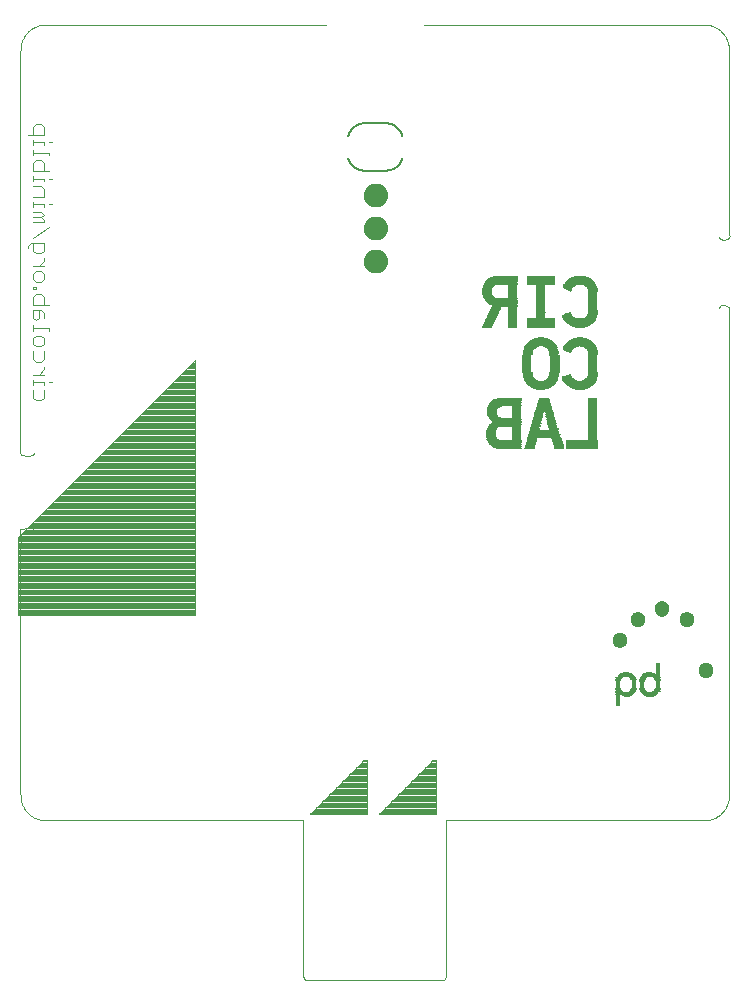
<source format=gbo>
G75*
%MOIN*%
%OFA0B0*%
%FSLAX25Y25*%
%IPPOS*%
%LPD*%
%AMOC8*
5,1,8,0,0,1.08239X$1,22.5*
%
%ADD10C,0.00394*%
%ADD11C,0.05000*%
%ADD12C,0.00400*%
%ADD13C,0.00800*%
%ADD14R,0.10800X0.00150*%
%ADD15R,0.03150X0.00150*%
%ADD16R,0.08100X0.00150*%
%ADD17R,0.03300X0.00150*%
%ADD18R,0.08550X0.00150*%
%ADD19R,0.09000X0.00150*%
%ADD20R,0.09300X0.00150*%
%ADD21R,0.09600X0.00150*%
%ADD22R,0.09750X0.00150*%
%ADD23R,0.10050X0.00150*%
%ADD24R,0.10200X0.00150*%
%ADD25R,0.10350X0.00150*%
%ADD26R,0.10500X0.00150*%
%ADD27R,0.10650X0.00150*%
%ADD28R,0.10950X0.00150*%
%ADD29R,0.11100X0.00150*%
%ADD30R,0.11250X0.00150*%
%ADD31R,0.03000X0.00150*%
%ADD32R,0.04650X0.00150*%
%ADD33R,0.04050X0.00150*%
%ADD34R,0.03900X0.00150*%
%ADD35R,0.03750X0.00150*%
%ADD36R,0.03600X0.00150*%
%ADD37R,0.03450X0.00150*%
%ADD38R,0.09900X0.00150*%
%ADD39R,0.04350X0.00150*%
%ADD40R,0.09450X0.00150*%
%ADD41R,0.09150X0.00150*%
%ADD42R,0.02850X0.00150*%
%ADD43R,0.05700X0.00150*%
%ADD44R,0.05550X0.00150*%
%ADD45R,0.05400X0.00150*%
%ADD46R,0.05100X0.00150*%
%ADD47R,0.04950X0.00150*%
%ADD48R,0.04200X0.00150*%
%ADD49R,0.04800X0.00150*%
%ADD50R,0.04500X0.00150*%
%ADD51R,0.07200X0.00150*%
%ADD52R,0.05250X0.00150*%
%ADD53R,0.05850X0.00150*%
%ADD54R,0.06450X0.00150*%
%ADD55R,0.07050X0.00150*%
%ADD56R,0.07350X0.00150*%
%ADD57R,0.07500X0.00150*%
%ADD58R,0.07950X0.00150*%
%ADD59R,0.08250X0.00150*%
%ADD60R,0.08850X0.00150*%
%ADD61R,0.02700X0.00150*%
%ADD62R,0.02100X0.00150*%
%ADD63R,0.01650X0.00150*%
%ADD64R,0.01350X0.00150*%
%ADD65R,0.00900X0.00150*%
%ADD66R,0.00450X0.00150*%
%ADD67R,0.01500X0.00150*%
%ADD68R,0.01800X0.00150*%
%ADD69R,0.02250X0.00150*%
%ADD70R,0.08400X0.00150*%
%ADD71R,0.07800X0.00150*%
%ADD72R,0.07650X0.00150*%
%ADD73R,0.06900X0.00150*%
%ADD74R,0.06750X0.00150*%
%ADD75R,0.06000X0.00150*%
%ADD76R,0.06150X0.00150*%
%ADD77R,0.02400X0.00150*%
%ADD78R,0.01950X0.00150*%
%ADD79R,0.01050X0.00150*%
%ADD80R,0.00600X0.00150*%
%ADD81R,0.00150X0.00150*%
%ADD82R,0.08700X0.00150*%
%ADD83R,0.00750X0.00150*%
%ADD84R,0.06300X0.00150*%
%ADD85R,0.01500X0.00100*%
%ADD86R,0.01900X0.00100*%
%ADD87R,0.01600X0.00100*%
%ADD88R,0.02500X0.00100*%
%ADD89R,0.02300X0.00100*%
%ADD90R,0.03100X0.00100*%
%ADD91R,0.02800X0.00100*%
%ADD92R,0.03500X0.00100*%
%ADD93R,0.03200X0.00100*%
%ADD94R,0.03700X0.00100*%
%ADD95R,0.04100X0.00100*%
%ADD96R,0.03800X0.00100*%
%ADD97R,0.04300X0.00100*%
%ADD98R,0.04000X0.00100*%
%ADD99R,0.04500X0.00100*%
%ADD100R,0.04200X0.00100*%
%ADD101R,0.04700X0.00100*%
%ADD102R,0.05900X0.00100*%
%ADD103R,0.04900X0.00100*%
%ADD104R,0.06000X0.00100*%
%ADD105R,0.05100X0.00100*%
%ADD106R,0.06100X0.00100*%
%ADD107R,0.05300X0.00100*%
%ADD108R,0.06200X0.00100*%
%ADD109R,0.05500X0.00100*%
%ADD110R,0.06300X0.00100*%
%ADD111R,0.02600X0.00100*%
%ADD112R,0.02100X0.00100*%
%ADD113R,0.02000X0.00100*%
%ADD114R,0.02200X0.00100*%
%ADD115R,0.02400X0.00100*%
%ADD116R,0.01800X0.00100*%
%ADD117R,0.01700X0.00100*%
%ADD118R,0.01400X0.00100*%
%ADD119R,0.01300X0.00100*%
%ADD120R,0.02700X0.00100*%
%ADD121R,0.02900X0.00100*%
%ADD122R,0.05400X0.00100*%
%ADD123R,0.05200X0.00100*%
%ADD124R,0.03600X0.00100*%
%ADD125R,0.05000X0.00100*%
%ADD126R,0.03900X0.00100*%
%ADD127R,0.04400X0.00100*%
%ADD128R,0.03400X0.00100*%
%ADD129R,0.03300X0.00100*%
%ADD130R,0.04600X0.00100*%
%ADD131R,0.04800X0.00100*%
%ADD132R,0.01200X0.00100*%
%ADD133R,0.00100X0.00100*%
%ADD134R,0.03000X0.00100*%
%ADD135R,0.01100X0.00100*%
%ADD136R,0.00300X0.00100*%
%ADD137R,0.00200X0.00100*%
D10*
X0033683Y0069482D02*
X0033935Y0069375D01*
X0034187Y0069268D01*
X0034445Y0069173D01*
X0034973Y0069008D01*
X0035242Y0068938D01*
X0035516Y0068882D01*
X0035790Y0068825D01*
X0035927Y0068797D01*
X0035995Y0068783D01*
X0036064Y0068769D01*
X0036379Y0068752D01*
X0036725Y0068738D01*
X0037332Y0068716D01*
X0037593Y0068709D01*
X0113632Y0068709D01*
X0113928Y0068711D01*
X0114142Y0068714D01*
X0114356Y0068717D01*
X0114489Y0068728D02*
X0114621Y0068732D01*
X0115050Y0068737D01*
X0115345Y0068739D01*
X0123062Y0068739D01*
X0123062Y0016439D01*
X0123125Y0016332D02*
X0123355Y0016062D01*
X0123385Y0015991D01*
X0123422Y0015924D01*
X0123465Y0015861D01*
X0123507Y0015798D01*
X0123556Y0015740D01*
X0123663Y0015633D01*
X0123721Y0015584D01*
X0123784Y0015542D01*
X0123847Y0015499D01*
X0123914Y0015463D01*
X0124055Y0015403D01*
X0124129Y0015379D01*
X0124206Y0015363D01*
X0124283Y0015348D01*
X0124362Y0015339D01*
X0169406Y0015339D01*
X0169486Y0015348D01*
X0169562Y0015363D01*
X0169639Y0015379D01*
X0169713Y0015403D01*
X0169854Y0015463D01*
X0169921Y0015499D01*
X0170047Y0015584D01*
X0170106Y0015633D01*
X0170213Y0015740D01*
X0170261Y0015798D01*
X0170304Y0015861D01*
X0170346Y0015924D01*
X0170383Y0015991D01*
X0170413Y0016062D01*
X0170443Y0016132D02*
X0170666Y0016407D01*
X0170706Y0016439D02*
X0170706Y0068739D01*
X0208871Y0068739D01*
X0209166Y0068737D01*
X0209380Y0068735D01*
X0209594Y0068732D01*
X0209727Y0068728D01*
X0209860Y0068717D02*
X0210074Y0068714D01*
X0210288Y0068711D01*
X0210583Y0068709D01*
X0256176Y0068709D01*
X0256436Y0068716D01*
X0256740Y0068727D01*
X0257043Y0068738D01*
X0257389Y0068752D01*
X0257705Y0068769D01*
X0257773Y0068783D01*
X0257842Y0068797D01*
X0257979Y0068825D01*
X0258253Y0068882D01*
X0258527Y0068938D01*
X0258796Y0069008D01*
X0259323Y0069173D01*
X0259582Y0069268D01*
X0259834Y0069375D01*
X0260086Y0069482D01*
X0260332Y0069601D01*
X0260810Y0069862D01*
X0261042Y0070003D01*
X0261266Y0070155D01*
X0261491Y0070307D01*
X0261708Y0070470D01*
X0261916Y0070642D01*
X0262125Y0070814D01*
X0262325Y0070997D01*
X0262516Y0071188D01*
X0262707Y0071379D01*
X0262889Y0071579D01*
X0263062Y0071788D01*
X0263234Y0071996D01*
X0263397Y0072213D01*
X0263549Y0072438D01*
X0263701Y0072662D01*
X0263842Y0072894D01*
X0263972Y0073133D01*
X0264103Y0073372D01*
X0264222Y0073618D01*
X0264329Y0073870D01*
X0264436Y0074122D01*
X0264531Y0074381D01*
X0264613Y0074644D01*
X0264696Y0074908D01*
X0264766Y0075177D01*
X0264822Y0075451D01*
X0264879Y0075725D01*
X0264907Y0075862D01*
X0264921Y0075931D01*
X0264935Y0075999D01*
X0264951Y0076314D01*
X0264966Y0076661D01*
X0264977Y0076964D01*
X0264988Y0077267D01*
X0264994Y0077528D01*
X0264994Y0234039D01*
X0265003Y0236772D01*
X0264994Y0239280D01*
X0264992Y0239971D01*
X0263114Y0240511D01*
X0262443Y0240345D01*
X0261905Y0240213D01*
X0261716Y0239509D01*
X0263088Y0262159D02*
X0262443Y0262345D01*
X0261910Y0262498D01*
X0261716Y0263182D01*
X0263088Y0262159D02*
X0264650Y0262609D01*
X0264994Y0263186D01*
X0265161Y0263465D01*
X0264994Y0263939D01*
X0264994Y0325168D01*
X0264988Y0325429D01*
X0264977Y0325732D01*
X0264966Y0326035D01*
X0264951Y0326381D01*
X0264935Y0326697D01*
X0264921Y0326765D01*
X0264907Y0326834D01*
X0264879Y0326971D01*
X0264766Y0327519D01*
X0264696Y0327788D01*
X0264613Y0328052D01*
X0264531Y0328315D01*
X0264436Y0328574D01*
X0264329Y0328826D01*
X0264222Y0329078D01*
X0264103Y0329324D01*
X0263972Y0329563D01*
X0263842Y0329802D01*
X0263701Y0330034D01*
X0263549Y0330258D01*
X0263397Y0330483D01*
X0263234Y0330700D01*
X0263062Y0330908D01*
X0262889Y0331117D01*
X0262707Y0331317D01*
X0262325Y0331699D01*
X0262125Y0331881D01*
X0261916Y0332054D01*
X0261708Y0332226D01*
X0261491Y0332389D01*
X0261266Y0332541D01*
X0261042Y0332693D01*
X0260810Y0332834D01*
X0260571Y0332964D01*
X0260332Y0333095D01*
X0260086Y0333214D01*
X0259834Y0333321D01*
X0259582Y0333428D01*
X0259323Y0333523D01*
X0259059Y0333606D01*
X0258796Y0333688D01*
X0258527Y0333758D01*
X0258253Y0333814D01*
X0257979Y0333871D01*
X0257842Y0333899D01*
X0257773Y0333913D01*
X0257705Y0333927D01*
X0257389Y0333943D01*
X0257043Y0333958D01*
X0256740Y0333969D01*
X0256436Y0333980D01*
X0256176Y0333986D01*
X0163361Y0333986D01*
X0130622Y0333986D02*
X0037593Y0333986D01*
X0037332Y0333980D01*
X0037028Y0333969D01*
X0036725Y0333958D01*
X0036379Y0333943D01*
X0036064Y0333927D01*
X0035995Y0333913D01*
X0035927Y0333899D01*
X0035790Y0333871D01*
X0035516Y0333814D01*
X0035242Y0333758D01*
X0034973Y0333688D01*
X0034709Y0333606D01*
X0034445Y0333523D01*
X0034187Y0333428D01*
X0033935Y0333321D01*
X0033683Y0333214D01*
X0033437Y0333095D01*
X0033198Y0332964D01*
X0032959Y0332834D01*
X0032727Y0332693D01*
X0032502Y0332541D01*
X0032277Y0332389D01*
X0032061Y0332226D01*
X0031852Y0332054D01*
X0031643Y0331881D01*
X0031443Y0331699D01*
X0031252Y0331508D01*
X0031061Y0331317D01*
X0030879Y0331117D01*
X0030707Y0330908D01*
X0030534Y0330700D01*
X0030372Y0330483D01*
X0030220Y0330258D01*
X0030068Y0330034D01*
X0029926Y0329802D01*
X0029796Y0329563D01*
X0029666Y0329324D01*
X0029547Y0329078D01*
X0029440Y0328826D01*
X0029333Y0328574D01*
X0029237Y0328315D01*
X0029072Y0327788D01*
X0029003Y0327519D01*
X0028946Y0327245D01*
X0028890Y0326971D01*
X0028861Y0326834D01*
X0028847Y0326765D01*
X0028833Y0326697D01*
X0028817Y0326381D01*
X0028802Y0326035D01*
X0028791Y0325732D01*
X0028781Y0325429D01*
X0028774Y0325168D01*
X0028774Y0197833D01*
X0028694Y0192810D01*
X0028774Y0191333D01*
X0028826Y0190369D01*
X0031608Y0190195D01*
X0032537Y0190461D01*
X0033070Y0190613D01*
X0033340Y0191224D01*
X0044681Y0179733D02*
X0087082Y0179733D01*
X0087082Y0180125D02*
X0045073Y0180125D01*
X0045466Y0180517D02*
X0087082Y0180517D01*
X0087082Y0180909D02*
X0045858Y0180909D01*
X0046250Y0181302D02*
X0087082Y0181302D01*
X0087082Y0181694D02*
X0046642Y0181694D01*
X0047034Y0182086D02*
X0087082Y0182086D01*
X0087082Y0182478D02*
X0047427Y0182478D01*
X0047819Y0182871D02*
X0087082Y0182871D01*
X0087082Y0183263D02*
X0048211Y0183263D01*
X0048603Y0183655D02*
X0087082Y0183655D01*
X0087082Y0184047D02*
X0048995Y0184047D01*
X0049388Y0184439D02*
X0087082Y0184439D01*
X0087082Y0184832D02*
X0049780Y0184832D01*
X0050172Y0185224D02*
X0087082Y0185224D01*
X0087082Y0185616D02*
X0050564Y0185616D01*
X0050956Y0186008D02*
X0087082Y0186008D01*
X0087082Y0186400D02*
X0051349Y0186400D01*
X0051741Y0186793D02*
X0087082Y0186793D01*
X0087082Y0187185D02*
X0052133Y0187185D01*
X0052525Y0187577D02*
X0087082Y0187577D01*
X0087082Y0187969D02*
X0052918Y0187969D01*
X0053310Y0188362D02*
X0087082Y0188362D01*
X0087082Y0188754D02*
X0053702Y0188754D01*
X0054094Y0189146D02*
X0087082Y0189146D01*
X0087082Y0189538D02*
X0054486Y0189538D01*
X0054879Y0189930D02*
X0087082Y0189930D01*
X0087082Y0190323D02*
X0055271Y0190323D01*
X0055663Y0190715D02*
X0087082Y0190715D01*
X0087082Y0191107D02*
X0056055Y0191107D01*
X0056447Y0191499D02*
X0087082Y0191499D01*
X0087082Y0191891D02*
X0056840Y0191891D01*
X0057232Y0192284D02*
X0087082Y0192284D01*
X0087082Y0192676D02*
X0057624Y0192676D01*
X0058016Y0193068D02*
X0087082Y0193068D01*
X0087082Y0193460D02*
X0058409Y0193460D01*
X0058801Y0193852D02*
X0087082Y0193852D01*
X0087082Y0194245D02*
X0059193Y0194245D01*
X0059585Y0194637D02*
X0087082Y0194637D01*
X0087082Y0195029D02*
X0059977Y0195029D01*
X0060370Y0195421D02*
X0087082Y0195421D01*
X0087082Y0195814D02*
X0060762Y0195814D01*
X0061154Y0196206D02*
X0087082Y0196206D01*
X0087082Y0196598D02*
X0061546Y0196598D01*
X0061938Y0196990D02*
X0087082Y0196990D01*
X0087082Y0197382D02*
X0062331Y0197382D01*
X0062723Y0197775D02*
X0087082Y0197775D01*
X0087082Y0198167D02*
X0063115Y0198167D01*
X0063507Y0198559D02*
X0087082Y0198559D01*
X0087082Y0198951D02*
X0063899Y0198951D01*
X0064292Y0199343D02*
X0087082Y0199343D01*
X0087082Y0199736D02*
X0064684Y0199736D01*
X0065076Y0200128D02*
X0087082Y0200128D01*
X0087082Y0200520D02*
X0065468Y0200520D01*
X0065861Y0200912D02*
X0087082Y0200912D01*
X0087082Y0201305D02*
X0066253Y0201305D01*
X0066645Y0201697D02*
X0087082Y0201697D01*
X0087082Y0202089D02*
X0067037Y0202089D01*
X0067429Y0202481D02*
X0087082Y0202481D01*
X0087082Y0202873D02*
X0067822Y0202873D01*
X0068214Y0203266D02*
X0087082Y0203266D01*
X0087082Y0203658D02*
X0068606Y0203658D01*
X0068998Y0204050D02*
X0087082Y0204050D01*
X0087082Y0204442D02*
X0069390Y0204442D01*
X0069783Y0204834D02*
X0087082Y0204834D01*
X0087082Y0205227D02*
X0070175Y0205227D01*
X0070567Y0205619D02*
X0087082Y0205619D01*
X0087082Y0206011D02*
X0070959Y0206011D01*
X0071352Y0206403D02*
X0087082Y0206403D01*
X0087082Y0206795D02*
X0071744Y0206795D01*
X0072136Y0207188D02*
X0087082Y0207188D01*
X0087082Y0207580D02*
X0072528Y0207580D01*
X0072920Y0207972D02*
X0087082Y0207972D01*
X0087082Y0208364D02*
X0073313Y0208364D01*
X0073705Y0208757D02*
X0087082Y0208757D01*
X0087082Y0209149D02*
X0074097Y0209149D01*
X0074489Y0209541D02*
X0087082Y0209541D01*
X0087082Y0209933D02*
X0074881Y0209933D01*
X0075274Y0210325D02*
X0087082Y0210325D01*
X0087082Y0210718D02*
X0075666Y0210718D01*
X0076058Y0211110D02*
X0087082Y0211110D01*
X0087082Y0211502D02*
X0076450Y0211502D01*
X0076842Y0211894D02*
X0087082Y0211894D01*
X0087082Y0212286D02*
X0077235Y0212286D01*
X0077627Y0212679D02*
X0087082Y0212679D01*
X0087082Y0213071D02*
X0078019Y0213071D01*
X0078411Y0213463D02*
X0087082Y0213463D01*
X0087082Y0213855D02*
X0078804Y0213855D01*
X0079196Y0214248D02*
X0087082Y0214248D01*
X0087082Y0214640D02*
X0079588Y0214640D01*
X0079980Y0215032D02*
X0087082Y0215032D01*
X0087082Y0215424D02*
X0080372Y0215424D01*
X0080765Y0215816D02*
X0087082Y0215816D01*
X0087082Y0216209D02*
X0081157Y0216209D01*
X0081549Y0216601D02*
X0087082Y0216601D01*
X0087082Y0216993D02*
X0081941Y0216993D01*
X0082333Y0217385D02*
X0087082Y0217385D01*
X0087082Y0217777D02*
X0082726Y0217777D01*
X0083118Y0218170D02*
X0087082Y0218170D01*
X0087082Y0218562D02*
X0083510Y0218562D01*
X0083902Y0218954D02*
X0087082Y0218954D01*
X0087082Y0219346D02*
X0084295Y0219346D01*
X0084687Y0219738D02*
X0087082Y0219738D01*
X0087082Y0220131D02*
X0085079Y0220131D01*
X0085471Y0220523D02*
X0087082Y0220523D01*
X0087082Y0220915D02*
X0085863Y0220915D01*
X0086256Y0221307D02*
X0087082Y0221307D01*
X0087082Y0221700D02*
X0086648Y0221700D01*
X0087040Y0222092D02*
X0087082Y0222092D01*
X0087082Y0222133D02*
X0087082Y0137133D01*
X0028082Y0137133D01*
X0028082Y0163133D01*
X0087082Y0222133D01*
X0087082Y0179341D02*
X0044289Y0179341D01*
X0043897Y0178948D02*
X0087082Y0178948D01*
X0087082Y0178556D02*
X0043504Y0178556D01*
X0043112Y0178164D02*
X0087082Y0178164D01*
X0087082Y0177772D02*
X0042720Y0177772D01*
X0042328Y0177380D02*
X0087082Y0177380D01*
X0087082Y0176987D02*
X0041936Y0176987D01*
X0041543Y0176595D02*
X0087082Y0176595D01*
X0087082Y0176203D02*
X0041151Y0176203D01*
X0040759Y0175811D02*
X0087082Y0175811D01*
X0087082Y0175419D02*
X0040367Y0175419D01*
X0039975Y0175026D02*
X0087082Y0175026D01*
X0087082Y0174634D02*
X0039582Y0174634D01*
X0039190Y0174242D02*
X0087082Y0174242D01*
X0087082Y0173850D02*
X0038798Y0173850D01*
X0038406Y0173457D02*
X0087082Y0173457D01*
X0087082Y0173065D02*
X0038013Y0173065D01*
X0037621Y0172673D02*
X0087082Y0172673D01*
X0087082Y0172281D02*
X0037229Y0172281D01*
X0036837Y0171889D02*
X0087082Y0171889D01*
X0087082Y0171496D02*
X0036445Y0171496D01*
X0036052Y0171104D02*
X0087082Y0171104D01*
X0087082Y0170712D02*
X0035660Y0170712D01*
X0035268Y0170320D02*
X0087082Y0170320D01*
X0087082Y0169928D02*
X0034876Y0169928D01*
X0034484Y0169535D02*
X0087082Y0169535D01*
X0087082Y0169143D02*
X0034091Y0169143D01*
X0033699Y0168751D02*
X0087082Y0168751D01*
X0087082Y0168359D02*
X0033307Y0168359D01*
X0032915Y0167966D02*
X0087082Y0167966D01*
X0087082Y0167574D02*
X0032523Y0167574D01*
X0032130Y0167182D02*
X0087082Y0167182D01*
X0087082Y0166790D02*
X0031738Y0166790D01*
X0031608Y0166329D02*
X0028755Y0165833D01*
X0028774Y0164849D01*
X0028813Y0162802D01*
X0028774Y0158065D01*
X0028774Y0077528D01*
X0028781Y0077267D01*
X0028791Y0076964D01*
X0028802Y0076661D01*
X0028817Y0076314D01*
X0028833Y0075999D01*
X0028847Y0075931D01*
X0028861Y0075862D01*
X0028890Y0075725D01*
X0028946Y0075451D01*
X0029003Y0075177D01*
X0029072Y0074908D01*
X0029237Y0074381D01*
X0029333Y0074122D01*
X0029440Y0073870D01*
X0029547Y0073618D01*
X0029666Y0073372D01*
X0029796Y0073133D01*
X0029926Y0072894D01*
X0030068Y0072662D01*
X0030220Y0072438D01*
X0030372Y0072213D01*
X0030534Y0071996D01*
X0030707Y0071788D01*
X0030879Y0071579D01*
X0031061Y0071379D01*
X0031252Y0071188D01*
X0031443Y0070997D01*
X0031643Y0070814D01*
X0031852Y0070642D01*
X0032061Y0070470D01*
X0032277Y0070307D01*
X0032502Y0070155D01*
X0032727Y0070003D01*
X0032959Y0069862D01*
X0033437Y0069601D01*
X0033683Y0069482D01*
X0028082Y0137374D02*
X0087082Y0137374D01*
X0087082Y0137766D02*
X0028082Y0137766D01*
X0028082Y0138158D02*
X0087082Y0138158D01*
X0087082Y0138551D02*
X0028082Y0138551D01*
X0028082Y0138943D02*
X0087082Y0138943D01*
X0087082Y0139335D02*
X0028082Y0139335D01*
X0028082Y0139727D02*
X0087082Y0139727D01*
X0087082Y0140119D02*
X0028082Y0140119D01*
X0028082Y0140512D02*
X0087082Y0140512D01*
X0087082Y0140904D02*
X0028082Y0140904D01*
X0028082Y0141296D02*
X0087082Y0141296D01*
X0087082Y0141688D02*
X0028082Y0141688D01*
X0028082Y0142080D02*
X0087082Y0142080D01*
X0087082Y0142473D02*
X0028082Y0142473D01*
X0028082Y0142865D02*
X0087082Y0142865D01*
X0087082Y0143257D02*
X0028082Y0143257D01*
X0028082Y0143649D02*
X0087082Y0143649D01*
X0087082Y0144042D02*
X0028082Y0144042D01*
X0028082Y0144434D02*
X0087082Y0144434D01*
X0087082Y0144826D02*
X0028082Y0144826D01*
X0028082Y0145218D02*
X0087082Y0145218D01*
X0087082Y0145610D02*
X0028082Y0145610D01*
X0028082Y0146003D02*
X0087082Y0146003D01*
X0087082Y0146395D02*
X0028082Y0146395D01*
X0028082Y0146787D02*
X0087082Y0146787D01*
X0087082Y0147179D02*
X0028082Y0147179D01*
X0028082Y0147571D02*
X0087082Y0147571D01*
X0087082Y0147964D02*
X0028082Y0147964D01*
X0028082Y0148356D02*
X0087082Y0148356D01*
X0087082Y0148748D02*
X0028082Y0148748D01*
X0028082Y0149140D02*
X0087082Y0149140D01*
X0087082Y0149533D02*
X0028082Y0149533D01*
X0028082Y0149925D02*
X0087082Y0149925D01*
X0087082Y0150317D02*
X0028082Y0150317D01*
X0028082Y0150709D02*
X0087082Y0150709D01*
X0087082Y0151101D02*
X0028082Y0151101D01*
X0028082Y0151494D02*
X0087082Y0151494D01*
X0087082Y0151886D02*
X0028082Y0151886D01*
X0028082Y0152278D02*
X0087082Y0152278D01*
X0087082Y0152670D02*
X0028082Y0152670D01*
X0028082Y0153062D02*
X0087082Y0153062D01*
X0087082Y0153455D02*
X0028082Y0153455D01*
X0028082Y0153847D02*
X0087082Y0153847D01*
X0087082Y0154239D02*
X0028082Y0154239D01*
X0028082Y0154631D02*
X0087082Y0154631D01*
X0087082Y0155023D02*
X0028082Y0155023D01*
X0028082Y0155416D02*
X0087082Y0155416D01*
X0087082Y0155808D02*
X0028082Y0155808D01*
X0028082Y0156200D02*
X0087082Y0156200D01*
X0087082Y0156592D02*
X0028082Y0156592D01*
X0028082Y0156985D02*
X0087082Y0156985D01*
X0087082Y0157377D02*
X0028082Y0157377D01*
X0028082Y0157769D02*
X0087082Y0157769D01*
X0087082Y0158161D02*
X0028082Y0158161D01*
X0028082Y0158553D02*
X0087082Y0158553D01*
X0087082Y0158946D02*
X0028082Y0158946D01*
X0028082Y0159338D02*
X0087082Y0159338D01*
X0087082Y0159730D02*
X0028082Y0159730D01*
X0028082Y0160122D02*
X0087082Y0160122D01*
X0087082Y0160514D02*
X0028082Y0160514D01*
X0028082Y0160907D02*
X0087082Y0160907D01*
X0087082Y0161299D02*
X0028082Y0161299D01*
X0028082Y0161691D02*
X0087082Y0161691D01*
X0087082Y0162083D02*
X0028082Y0162083D01*
X0028082Y0162476D02*
X0087082Y0162476D01*
X0087082Y0162868D02*
X0028082Y0162868D01*
X0028208Y0163260D02*
X0087082Y0163260D01*
X0087082Y0163652D02*
X0028600Y0163652D01*
X0028993Y0164044D02*
X0087082Y0164044D01*
X0087082Y0164437D02*
X0029385Y0164437D01*
X0029777Y0164829D02*
X0087082Y0164829D01*
X0087082Y0165221D02*
X0030169Y0165221D01*
X0030561Y0165613D02*
X0087082Y0165613D01*
X0087082Y0166005D02*
X0030954Y0166005D01*
X0031346Y0166398D02*
X0087082Y0166398D01*
X0033340Y0165241D02*
X0033060Y0165823D01*
X0032537Y0166005D01*
X0031608Y0166329D01*
X0126223Y0071875D02*
X0144282Y0071875D01*
X0144282Y0072267D02*
X0126615Y0072267D01*
X0127007Y0072659D02*
X0144282Y0072659D01*
X0144282Y0073051D02*
X0127399Y0073051D01*
X0127792Y0073443D02*
X0144282Y0073443D01*
X0144282Y0073836D02*
X0128184Y0073836D01*
X0128576Y0074228D02*
X0144282Y0074228D01*
X0144282Y0074620D02*
X0128968Y0074620D01*
X0129360Y0075012D02*
X0144282Y0075012D01*
X0144282Y0075404D02*
X0129753Y0075404D01*
X0130145Y0075797D02*
X0144282Y0075797D01*
X0144282Y0076189D02*
X0130537Y0076189D01*
X0130929Y0076581D02*
X0144282Y0076581D01*
X0144282Y0076973D02*
X0131322Y0076973D01*
X0131714Y0077365D02*
X0144282Y0077365D01*
X0144282Y0077758D02*
X0132106Y0077758D01*
X0132498Y0078150D02*
X0144282Y0078150D01*
X0144282Y0078542D02*
X0132890Y0078542D01*
X0133283Y0078934D02*
X0144282Y0078934D01*
X0144282Y0079327D02*
X0133675Y0079327D01*
X0134067Y0079719D02*
X0144282Y0079719D01*
X0144282Y0080111D02*
X0134459Y0080111D01*
X0134851Y0080503D02*
X0144282Y0080503D01*
X0144282Y0080895D02*
X0135244Y0080895D01*
X0135636Y0081288D02*
X0144282Y0081288D01*
X0144282Y0081680D02*
X0136028Y0081680D01*
X0136420Y0082072D02*
X0144282Y0082072D01*
X0144282Y0082464D02*
X0136813Y0082464D01*
X0137205Y0082856D02*
X0144282Y0082856D01*
X0144282Y0083249D02*
X0137597Y0083249D01*
X0137989Y0083641D02*
X0144282Y0083641D01*
X0144282Y0084033D02*
X0138381Y0084033D01*
X0138774Y0084425D02*
X0144282Y0084425D01*
X0144282Y0084818D02*
X0139166Y0084818D01*
X0139558Y0085210D02*
X0144282Y0085210D01*
X0144282Y0085602D02*
X0139950Y0085602D01*
X0140342Y0085994D02*
X0144282Y0085994D01*
X0144282Y0086386D02*
X0140735Y0086386D01*
X0141127Y0086779D02*
X0144282Y0086779D01*
X0144282Y0087171D02*
X0141519Y0087171D01*
X0141911Y0087563D02*
X0144282Y0087563D01*
X0144282Y0087955D02*
X0142303Y0087955D01*
X0142696Y0088347D02*
X0144282Y0088347D01*
X0144282Y0088740D02*
X0143088Y0088740D01*
X0143282Y0088933D02*
X0125282Y0070933D01*
X0144282Y0070933D01*
X0144282Y0088933D01*
X0143282Y0088933D01*
X0154714Y0077365D02*
X0167282Y0077365D01*
X0167282Y0076973D02*
X0154322Y0076973D01*
X0153929Y0076581D02*
X0167282Y0076581D01*
X0167282Y0076189D02*
X0153537Y0076189D01*
X0153145Y0075797D02*
X0167282Y0075797D01*
X0167282Y0075404D02*
X0152753Y0075404D01*
X0152360Y0075012D02*
X0167282Y0075012D01*
X0167282Y0074620D02*
X0151968Y0074620D01*
X0151576Y0074228D02*
X0167282Y0074228D01*
X0167282Y0073836D02*
X0151184Y0073836D01*
X0150792Y0073443D02*
X0167282Y0073443D01*
X0167282Y0073051D02*
X0150399Y0073051D01*
X0150007Y0072659D02*
X0167282Y0072659D01*
X0167282Y0072267D02*
X0149615Y0072267D01*
X0149223Y0071875D02*
X0167282Y0071875D01*
X0167282Y0071482D02*
X0148831Y0071482D01*
X0148438Y0071090D02*
X0167282Y0071090D01*
X0167282Y0070933D02*
X0167282Y0088933D01*
X0166282Y0088933D01*
X0148282Y0070933D01*
X0167282Y0070933D01*
X0167282Y0077758D02*
X0155106Y0077758D01*
X0155498Y0078150D02*
X0167282Y0078150D01*
X0167282Y0078542D02*
X0155890Y0078542D01*
X0156283Y0078934D02*
X0167282Y0078934D01*
X0167282Y0079327D02*
X0156675Y0079327D01*
X0157067Y0079719D02*
X0167282Y0079719D01*
X0167282Y0080111D02*
X0157459Y0080111D01*
X0157851Y0080503D02*
X0167282Y0080503D01*
X0167282Y0080895D02*
X0158244Y0080895D01*
X0158636Y0081288D02*
X0167282Y0081288D01*
X0167282Y0081680D02*
X0159028Y0081680D01*
X0159420Y0082072D02*
X0167282Y0082072D01*
X0167282Y0082464D02*
X0159813Y0082464D01*
X0160205Y0082856D02*
X0167282Y0082856D01*
X0167282Y0083249D02*
X0160597Y0083249D01*
X0160989Y0083641D02*
X0167282Y0083641D01*
X0167282Y0084033D02*
X0161381Y0084033D01*
X0161774Y0084425D02*
X0167282Y0084425D01*
X0167282Y0084818D02*
X0162166Y0084818D01*
X0162558Y0085210D02*
X0167282Y0085210D01*
X0167282Y0085602D02*
X0162950Y0085602D01*
X0163342Y0085994D02*
X0167282Y0085994D01*
X0167282Y0086386D02*
X0163735Y0086386D01*
X0164127Y0086779D02*
X0167282Y0086779D01*
X0167282Y0087171D02*
X0164519Y0087171D01*
X0164911Y0087563D02*
X0167282Y0087563D01*
X0167282Y0087955D02*
X0165303Y0087955D01*
X0165696Y0088347D02*
X0167282Y0088347D01*
X0167282Y0088740D02*
X0166088Y0088740D01*
X0144282Y0071482D02*
X0125831Y0071482D01*
X0125438Y0071090D02*
X0144282Y0071090D01*
D11*
X0145668Y0255133D02*
X0145670Y0255208D01*
X0145676Y0255282D01*
X0145686Y0255356D01*
X0145699Y0255429D01*
X0145717Y0255502D01*
X0145738Y0255573D01*
X0145763Y0255644D01*
X0145792Y0255713D01*
X0145825Y0255780D01*
X0145861Y0255845D01*
X0145900Y0255909D01*
X0145942Y0255970D01*
X0145988Y0256029D01*
X0146037Y0256086D01*
X0146089Y0256139D01*
X0146143Y0256190D01*
X0146200Y0256239D01*
X0146260Y0256283D01*
X0146322Y0256325D01*
X0146386Y0256364D01*
X0146452Y0256399D01*
X0146519Y0256430D01*
X0146589Y0256458D01*
X0146659Y0256482D01*
X0146731Y0256503D01*
X0146804Y0256519D01*
X0146877Y0256532D01*
X0146952Y0256541D01*
X0147026Y0256546D01*
X0147101Y0256547D01*
X0147175Y0256544D01*
X0147250Y0256537D01*
X0147323Y0256526D01*
X0147397Y0256512D01*
X0147469Y0256493D01*
X0147540Y0256471D01*
X0147610Y0256445D01*
X0147679Y0256415D01*
X0147745Y0256382D01*
X0147810Y0256345D01*
X0147873Y0256305D01*
X0147934Y0256261D01*
X0147992Y0256215D01*
X0148048Y0256165D01*
X0148101Y0256113D01*
X0148152Y0256058D01*
X0148199Y0256000D01*
X0148243Y0255940D01*
X0148284Y0255877D01*
X0148322Y0255813D01*
X0148356Y0255747D01*
X0148387Y0255678D01*
X0148414Y0255609D01*
X0148437Y0255538D01*
X0148456Y0255466D01*
X0148472Y0255393D01*
X0148484Y0255319D01*
X0148492Y0255245D01*
X0148496Y0255170D01*
X0148496Y0255096D01*
X0148492Y0255021D01*
X0148484Y0254947D01*
X0148472Y0254873D01*
X0148456Y0254800D01*
X0148437Y0254728D01*
X0148414Y0254657D01*
X0148387Y0254588D01*
X0148356Y0254519D01*
X0148322Y0254453D01*
X0148284Y0254389D01*
X0148243Y0254326D01*
X0148199Y0254266D01*
X0148152Y0254208D01*
X0148101Y0254153D01*
X0148048Y0254101D01*
X0147992Y0254051D01*
X0147934Y0254005D01*
X0147873Y0253961D01*
X0147810Y0253921D01*
X0147745Y0253884D01*
X0147679Y0253851D01*
X0147610Y0253821D01*
X0147540Y0253795D01*
X0147469Y0253773D01*
X0147397Y0253754D01*
X0147323Y0253740D01*
X0147250Y0253729D01*
X0147175Y0253722D01*
X0147101Y0253719D01*
X0147026Y0253720D01*
X0146952Y0253725D01*
X0146877Y0253734D01*
X0146804Y0253747D01*
X0146731Y0253763D01*
X0146659Y0253784D01*
X0146589Y0253808D01*
X0146519Y0253836D01*
X0146452Y0253867D01*
X0146386Y0253902D01*
X0146322Y0253941D01*
X0146260Y0253983D01*
X0146200Y0254027D01*
X0146143Y0254076D01*
X0146089Y0254127D01*
X0146037Y0254180D01*
X0145988Y0254237D01*
X0145942Y0254296D01*
X0145900Y0254357D01*
X0145861Y0254421D01*
X0145825Y0254486D01*
X0145792Y0254553D01*
X0145763Y0254622D01*
X0145738Y0254693D01*
X0145717Y0254764D01*
X0145699Y0254837D01*
X0145686Y0254910D01*
X0145676Y0254984D01*
X0145670Y0255058D01*
X0145668Y0255133D01*
X0145668Y0266133D02*
X0145670Y0266208D01*
X0145676Y0266282D01*
X0145686Y0266356D01*
X0145699Y0266429D01*
X0145717Y0266502D01*
X0145738Y0266573D01*
X0145763Y0266644D01*
X0145792Y0266713D01*
X0145825Y0266780D01*
X0145861Y0266845D01*
X0145900Y0266909D01*
X0145942Y0266970D01*
X0145988Y0267029D01*
X0146037Y0267086D01*
X0146089Y0267139D01*
X0146143Y0267190D01*
X0146200Y0267239D01*
X0146260Y0267283D01*
X0146322Y0267325D01*
X0146386Y0267364D01*
X0146452Y0267399D01*
X0146519Y0267430D01*
X0146589Y0267458D01*
X0146659Y0267482D01*
X0146731Y0267503D01*
X0146804Y0267519D01*
X0146877Y0267532D01*
X0146952Y0267541D01*
X0147026Y0267546D01*
X0147101Y0267547D01*
X0147175Y0267544D01*
X0147250Y0267537D01*
X0147323Y0267526D01*
X0147397Y0267512D01*
X0147469Y0267493D01*
X0147540Y0267471D01*
X0147610Y0267445D01*
X0147679Y0267415D01*
X0147745Y0267382D01*
X0147810Y0267345D01*
X0147873Y0267305D01*
X0147934Y0267261D01*
X0147992Y0267215D01*
X0148048Y0267165D01*
X0148101Y0267113D01*
X0148152Y0267058D01*
X0148199Y0267000D01*
X0148243Y0266940D01*
X0148284Y0266877D01*
X0148322Y0266813D01*
X0148356Y0266747D01*
X0148387Y0266678D01*
X0148414Y0266609D01*
X0148437Y0266538D01*
X0148456Y0266466D01*
X0148472Y0266393D01*
X0148484Y0266319D01*
X0148492Y0266245D01*
X0148496Y0266170D01*
X0148496Y0266096D01*
X0148492Y0266021D01*
X0148484Y0265947D01*
X0148472Y0265873D01*
X0148456Y0265800D01*
X0148437Y0265728D01*
X0148414Y0265657D01*
X0148387Y0265588D01*
X0148356Y0265519D01*
X0148322Y0265453D01*
X0148284Y0265389D01*
X0148243Y0265326D01*
X0148199Y0265266D01*
X0148152Y0265208D01*
X0148101Y0265153D01*
X0148048Y0265101D01*
X0147992Y0265051D01*
X0147934Y0265005D01*
X0147873Y0264961D01*
X0147810Y0264921D01*
X0147745Y0264884D01*
X0147679Y0264851D01*
X0147610Y0264821D01*
X0147540Y0264795D01*
X0147469Y0264773D01*
X0147397Y0264754D01*
X0147323Y0264740D01*
X0147250Y0264729D01*
X0147175Y0264722D01*
X0147101Y0264719D01*
X0147026Y0264720D01*
X0146952Y0264725D01*
X0146877Y0264734D01*
X0146804Y0264747D01*
X0146731Y0264763D01*
X0146659Y0264784D01*
X0146589Y0264808D01*
X0146519Y0264836D01*
X0146452Y0264867D01*
X0146386Y0264902D01*
X0146322Y0264941D01*
X0146260Y0264983D01*
X0146200Y0265027D01*
X0146143Y0265076D01*
X0146089Y0265127D01*
X0146037Y0265180D01*
X0145988Y0265237D01*
X0145942Y0265296D01*
X0145900Y0265357D01*
X0145861Y0265421D01*
X0145825Y0265486D01*
X0145792Y0265553D01*
X0145763Y0265622D01*
X0145738Y0265693D01*
X0145717Y0265764D01*
X0145699Y0265837D01*
X0145686Y0265910D01*
X0145676Y0265984D01*
X0145670Y0266058D01*
X0145668Y0266133D01*
X0145668Y0277133D02*
X0145670Y0277208D01*
X0145676Y0277282D01*
X0145686Y0277356D01*
X0145699Y0277429D01*
X0145717Y0277502D01*
X0145738Y0277573D01*
X0145763Y0277644D01*
X0145792Y0277713D01*
X0145825Y0277780D01*
X0145861Y0277845D01*
X0145900Y0277909D01*
X0145942Y0277970D01*
X0145988Y0278029D01*
X0146037Y0278086D01*
X0146089Y0278139D01*
X0146143Y0278190D01*
X0146200Y0278239D01*
X0146260Y0278283D01*
X0146322Y0278325D01*
X0146386Y0278364D01*
X0146452Y0278399D01*
X0146519Y0278430D01*
X0146589Y0278458D01*
X0146659Y0278482D01*
X0146731Y0278503D01*
X0146804Y0278519D01*
X0146877Y0278532D01*
X0146952Y0278541D01*
X0147026Y0278546D01*
X0147101Y0278547D01*
X0147175Y0278544D01*
X0147250Y0278537D01*
X0147323Y0278526D01*
X0147397Y0278512D01*
X0147469Y0278493D01*
X0147540Y0278471D01*
X0147610Y0278445D01*
X0147679Y0278415D01*
X0147745Y0278382D01*
X0147810Y0278345D01*
X0147873Y0278305D01*
X0147934Y0278261D01*
X0147992Y0278215D01*
X0148048Y0278165D01*
X0148101Y0278113D01*
X0148152Y0278058D01*
X0148199Y0278000D01*
X0148243Y0277940D01*
X0148284Y0277877D01*
X0148322Y0277813D01*
X0148356Y0277747D01*
X0148387Y0277678D01*
X0148414Y0277609D01*
X0148437Y0277538D01*
X0148456Y0277466D01*
X0148472Y0277393D01*
X0148484Y0277319D01*
X0148492Y0277245D01*
X0148496Y0277170D01*
X0148496Y0277096D01*
X0148492Y0277021D01*
X0148484Y0276947D01*
X0148472Y0276873D01*
X0148456Y0276800D01*
X0148437Y0276728D01*
X0148414Y0276657D01*
X0148387Y0276588D01*
X0148356Y0276519D01*
X0148322Y0276453D01*
X0148284Y0276389D01*
X0148243Y0276326D01*
X0148199Y0276266D01*
X0148152Y0276208D01*
X0148101Y0276153D01*
X0148048Y0276101D01*
X0147992Y0276051D01*
X0147934Y0276005D01*
X0147873Y0275961D01*
X0147810Y0275921D01*
X0147745Y0275884D01*
X0147679Y0275851D01*
X0147610Y0275821D01*
X0147540Y0275795D01*
X0147469Y0275773D01*
X0147397Y0275754D01*
X0147323Y0275740D01*
X0147250Y0275729D01*
X0147175Y0275722D01*
X0147101Y0275719D01*
X0147026Y0275720D01*
X0146952Y0275725D01*
X0146877Y0275734D01*
X0146804Y0275747D01*
X0146731Y0275763D01*
X0146659Y0275784D01*
X0146589Y0275808D01*
X0146519Y0275836D01*
X0146452Y0275867D01*
X0146386Y0275902D01*
X0146322Y0275941D01*
X0146260Y0275983D01*
X0146200Y0276027D01*
X0146143Y0276076D01*
X0146089Y0276127D01*
X0146037Y0276180D01*
X0145988Y0276237D01*
X0145942Y0276296D01*
X0145900Y0276357D01*
X0145861Y0276421D01*
X0145825Y0276486D01*
X0145792Y0276553D01*
X0145763Y0276622D01*
X0145738Y0276693D01*
X0145717Y0276764D01*
X0145699Y0276837D01*
X0145686Y0276910D01*
X0145676Y0276984D01*
X0145670Y0277058D01*
X0145668Y0277133D01*
D12*
X0039153Y0274056D02*
X0038286Y0274056D01*
X0036551Y0274056D02*
X0033082Y0274056D01*
X0033082Y0274923D02*
X0033082Y0273188D01*
X0033082Y0271502D02*
X0035684Y0271502D01*
X0036551Y0270634D01*
X0035684Y0269767D01*
X0033082Y0269767D01*
X0033082Y0268032D02*
X0036551Y0268032D01*
X0036551Y0268899D01*
X0035684Y0269767D01*
X0036551Y0273188D02*
X0036551Y0274056D01*
X0036551Y0276626D02*
X0033082Y0276626D01*
X0036551Y0276626D02*
X0036551Y0279228D01*
X0035684Y0280096D01*
X0033082Y0280096D01*
X0033082Y0281782D02*
X0033082Y0283517D01*
X0033082Y0282650D02*
X0036551Y0282650D01*
X0036551Y0281782D01*
X0038286Y0282650D02*
X0039153Y0282650D01*
X0038286Y0285220D02*
X0033082Y0285220D01*
X0033082Y0287822D01*
X0033949Y0288690D01*
X0035684Y0288690D01*
X0036551Y0287822D01*
X0036551Y0285220D01*
X0038286Y0290376D02*
X0038286Y0291244D01*
X0033082Y0291244D01*
X0033082Y0292111D02*
X0033082Y0290376D01*
X0033082Y0293814D02*
X0033082Y0295549D01*
X0033082Y0294681D02*
X0036551Y0294681D01*
X0036551Y0293814D01*
X0038286Y0294681D02*
X0039153Y0294681D01*
X0036551Y0297251D02*
X0036551Y0299854D01*
X0035684Y0300721D01*
X0033949Y0300721D01*
X0033082Y0299854D01*
X0033082Y0297251D01*
X0031347Y0297251D02*
X0036551Y0297251D01*
X0038286Y0266345D02*
X0033082Y0262876D01*
X0033082Y0261189D02*
X0033082Y0258587D01*
X0033949Y0257719D01*
X0035684Y0257719D01*
X0036551Y0258587D01*
X0036551Y0261189D01*
X0032214Y0261189D01*
X0031347Y0260321D01*
X0031347Y0259454D01*
X0036551Y0256024D02*
X0036551Y0255157D01*
X0034816Y0253422D01*
X0033082Y0253422D02*
X0036551Y0253422D01*
X0035684Y0251735D02*
X0036551Y0250868D01*
X0036551Y0249133D01*
X0035684Y0248266D01*
X0033949Y0248266D01*
X0033082Y0249133D01*
X0033082Y0250868D01*
X0033949Y0251735D01*
X0035684Y0251735D01*
X0033949Y0246555D02*
X0033082Y0246555D01*
X0033082Y0245688D01*
X0033949Y0245688D01*
X0033949Y0246555D01*
X0033949Y0244001D02*
X0035684Y0244001D01*
X0036551Y0243133D01*
X0036551Y0240531D01*
X0038286Y0240531D02*
X0033082Y0240531D01*
X0033082Y0243133D01*
X0033949Y0244001D01*
X0034816Y0238844D02*
X0034816Y0236242D01*
X0033949Y0235375D01*
X0033082Y0236242D01*
X0033082Y0238844D01*
X0035684Y0238844D01*
X0036551Y0237977D01*
X0036551Y0236242D01*
X0038286Y0232805D02*
X0033082Y0232805D01*
X0033082Y0233672D02*
X0033082Y0231937D01*
X0033949Y0230250D02*
X0035684Y0230250D01*
X0036551Y0229383D01*
X0036551Y0227648D01*
X0035684Y0226781D01*
X0033949Y0226781D01*
X0033082Y0227648D01*
X0033082Y0229383D01*
X0033949Y0230250D01*
X0038286Y0231937D02*
X0038286Y0232805D01*
X0036551Y0225094D02*
X0036551Y0222492D01*
X0035684Y0221624D01*
X0033949Y0221624D01*
X0033082Y0222492D01*
X0033082Y0225094D01*
X0036551Y0219930D02*
X0036551Y0219062D01*
X0034816Y0217327D01*
X0033082Y0217327D02*
X0036551Y0217327D01*
X0036551Y0214757D02*
X0033082Y0214757D01*
X0033082Y0213890D02*
X0033082Y0215625D01*
X0033082Y0212203D02*
X0033082Y0209601D01*
X0033949Y0208733D01*
X0035684Y0208733D01*
X0036551Y0209601D01*
X0036551Y0212203D01*
X0036551Y0213890D02*
X0036551Y0214757D01*
X0038286Y0214757D02*
X0039153Y0214757D01*
D13*
X0143068Y0285325D02*
X0150942Y0285325D01*
X0150942Y0285324D02*
X0151091Y0285337D01*
X0151239Y0285353D01*
X0151388Y0285373D01*
X0151535Y0285397D01*
X0151682Y0285425D01*
X0151828Y0285456D01*
X0151973Y0285492D01*
X0152117Y0285531D01*
X0152261Y0285575D01*
X0152402Y0285622D01*
X0152543Y0285672D01*
X0152682Y0285727D01*
X0152820Y0285785D01*
X0152956Y0285846D01*
X0153091Y0285911D01*
X0153224Y0285980D01*
X0153354Y0286052D01*
X0153483Y0286128D01*
X0153610Y0286207D01*
X0153735Y0286289D01*
X0153858Y0286375D01*
X0153978Y0286464D01*
X0154096Y0286556D01*
X0154211Y0286651D01*
X0154324Y0286749D01*
X0154434Y0286850D01*
X0154542Y0286954D01*
X0154646Y0287061D01*
X0154748Y0287170D01*
X0154847Y0287282D01*
X0154943Y0287397D01*
X0155036Y0287514D01*
X0155126Y0287633D01*
X0155212Y0287755D01*
X0155296Y0287879D01*
X0155376Y0288005D01*
X0155452Y0288134D01*
X0155526Y0288264D01*
X0155595Y0288396D01*
X0155662Y0288530D01*
X0155724Y0288666D01*
X0155783Y0288803D01*
X0155839Y0288942D01*
X0155891Y0289082D01*
X0155939Y0289224D01*
X0155983Y0289367D01*
X0156024Y0289510D01*
X0156060Y0289655D01*
X0156060Y0296742D02*
X0156024Y0296887D01*
X0155983Y0297031D01*
X0155939Y0297173D01*
X0155891Y0297315D01*
X0155839Y0297455D01*
X0155783Y0297594D01*
X0155724Y0297731D01*
X0155662Y0297867D01*
X0155595Y0298001D01*
X0155525Y0298133D01*
X0155452Y0298263D01*
X0155376Y0298392D01*
X0155295Y0298518D01*
X0155212Y0298642D01*
X0155126Y0298764D01*
X0155036Y0298883D01*
X0154943Y0299000D01*
X0154847Y0299115D01*
X0154748Y0299227D01*
X0154646Y0299336D01*
X0154541Y0299443D01*
X0154434Y0299547D01*
X0154324Y0299648D01*
X0154211Y0299746D01*
X0154096Y0299841D01*
X0153978Y0299933D01*
X0153858Y0300022D01*
X0153735Y0300107D01*
X0153610Y0300190D01*
X0153483Y0300269D01*
X0153354Y0300345D01*
X0153224Y0300417D01*
X0153091Y0300485D01*
X0152956Y0300551D01*
X0152820Y0300612D01*
X0152682Y0300670D01*
X0152543Y0300725D01*
X0152403Y0300775D01*
X0152261Y0300822D01*
X0152118Y0300866D01*
X0151973Y0300905D01*
X0151828Y0300941D01*
X0151682Y0300972D01*
X0151535Y0301000D01*
X0151388Y0301024D01*
X0151240Y0301044D01*
X0151091Y0301060D01*
X0150942Y0301073D01*
X0143068Y0301073D01*
X0142919Y0301060D01*
X0142771Y0301044D01*
X0142622Y0301024D01*
X0142475Y0301000D01*
X0142328Y0300972D01*
X0142182Y0300941D01*
X0142037Y0300905D01*
X0141893Y0300866D01*
X0141749Y0300822D01*
X0141608Y0300775D01*
X0141467Y0300725D01*
X0141328Y0300670D01*
X0141190Y0300612D01*
X0141054Y0300551D01*
X0140919Y0300486D01*
X0140786Y0300417D01*
X0140656Y0300345D01*
X0140527Y0300269D01*
X0140400Y0300190D01*
X0140275Y0300108D01*
X0140152Y0300022D01*
X0140032Y0299933D01*
X0139914Y0299841D01*
X0139799Y0299746D01*
X0139686Y0299648D01*
X0139576Y0299547D01*
X0139468Y0299443D01*
X0139364Y0299336D01*
X0139262Y0299227D01*
X0139163Y0299115D01*
X0139067Y0299000D01*
X0138974Y0298883D01*
X0138884Y0298764D01*
X0138798Y0298642D01*
X0138714Y0298518D01*
X0138634Y0298392D01*
X0138558Y0298263D01*
X0138484Y0298133D01*
X0138415Y0298001D01*
X0138348Y0297867D01*
X0138286Y0297731D01*
X0138227Y0297594D01*
X0138171Y0297455D01*
X0138119Y0297315D01*
X0138071Y0297173D01*
X0138027Y0297030D01*
X0137986Y0296887D01*
X0137950Y0296742D01*
X0137950Y0289655D02*
X0137986Y0289510D01*
X0138027Y0289366D01*
X0138071Y0289224D01*
X0138119Y0289082D01*
X0138171Y0288942D01*
X0138227Y0288803D01*
X0138286Y0288666D01*
X0138348Y0288530D01*
X0138415Y0288396D01*
X0138485Y0288264D01*
X0138558Y0288134D01*
X0138634Y0288005D01*
X0138715Y0287879D01*
X0138798Y0287755D01*
X0138884Y0287633D01*
X0138974Y0287514D01*
X0139067Y0287397D01*
X0139163Y0287282D01*
X0139262Y0287170D01*
X0139364Y0287061D01*
X0139469Y0286954D01*
X0139576Y0286850D01*
X0139686Y0286749D01*
X0139799Y0286651D01*
X0139914Y0286556D01*
X0140032Y0286464D01*
X0140152Y0286375D01*
X0140275Y0286290D01*
X0140400Y0286207D01*
X0140527Y0286128D01*
X0140656Y0286052D01*
X0140786Y0285980D01*
X0140919Y0285912D01*
X0141054Y0285846D01*
X0141190Y0285785D01*
X0141328Y0285727D01*
X0141467Y0285672D01*
X0141607Y0285622D01*
X0141749Y0285575D01*
X0141892Y0285531D01*
X0142037Y0285492D01*
X0142182Y0285456D01*
X0142328Y0285425D01*
X0142475Y0285397D01*
X0142622Y0285373D01*
X0142770Y0285353D01*
X0142919Y0285337D01*
X0143068Y0285324D01*
D14*
X0189007Y0247983D03*
X0189007Y0247833D03*
X0189007Y0241983D03*
X0215107Y0235683D03*
X0215107Y0214983D03*
X0215857Y0195033D03*
X0215857Y0194883D03*
X0215857Y0194733D03*
X0215857Y0194583D03*
X0215857Y0194433D03*
X0215857Y0194283D03*
X0215857Y0194133D03*
X0215857Y0193983D03*
X0215857Y0193833D03*
X0215857Y0193683D03*
X0215857Y0193533D03*
X0215857Y0193383D03*
X0215857Y0193233D03*
X0215857Y0193083D03*
X0215857Y0192933D03*
X0215857Y0192783D03*
X0215857Y0192633D03*
X0215857Y0192483D03*
X0203407Y0196383D03*
X0203407Y0196533D03*
X0203407Y0196683D03*
X0190357Y0194283D03*
X0190357Y0194133D03*
X0190357Y0200283D03*
X0190357Y0207333D03*
D15*
X0185932Y0205233D03*
X0185932Y0204483D03*
X0185932Y0204333D03*
X0185932Y0204183D03*
X0185932Y0204033D03*
X0185932Y0203883D03*
X0186082Y0203733D03*
X0186082Y0203583D03*
X0185782Y0198783D03*
X0185632Y0198633D03*
X0185632Y0198483D03*
X0185632Y0198333D03*
X0185482Y0198033D03*
X0185482Y0197883D03*
X0185482Y0197733D03*
X0185482Y0197583D03*
X0185482Y0197433D03*
X0185482Y0197283D03*
X0185482Y0197133D03*
X0185482Y0196983D03*
X0185482Y0196833D03*
X0198382Y0192483D03*
X0198532Y0192783D03*
X0198532Y0192933D03*
X0198682Y0193233D03*
X0198682Y0193383D03*
X0198682Y0193533D03*
X0198832Y0193683D03*
X0198832Y0193833D03*
X0198832Y0193983D03*
X0198832Y0194133D03*
X0198982Y0194283D03*
X0198982Y0194433D03*
X0198982Y0194583D03*
X0199132Y0194733D03*
X0199132Y0194883D03*
X0199132Y0195033D03*
X0199132Y0195183D03*
X0199282Y0195333D03*
X0199282Y0195483D03*
X0199282Y0195633D03*
X0199432Y0195783D03*
X0199432Y0195933D03*
X0200182Y0198633D03*
X0200182Y0198783D03*
X0200332Y0199233D03*
X0200482Y0199683D03*
X0200632Y0200133D03*
X0200632Y0200283D03*
X0200782Y0200733D03*
X0206032Y0200883D03*
X0206482Y0199233D03*
X0206632Y0198783D03*
X0207382Y0195933D03*
X0207532Y0195633D03*
X0207532Y0195483D03*
X0207682Y0195333D03*
X0207682Y0195183D03*
X0207682Y0195033D03*
X0207682Y0194883D03*
X0207832Y0194733D03*
X0207832Y0194583D03*
X0207832Y0194433D03*
X0207832Y0194283D03*
X0207982Y0194133D03*
X0207982Y0193983D03*
X0207982Y0193833D03*
X0208132Y0193683D03*
X0208132Y0193533D03*
X0208132Y0193383D03*
X0208282Y0193083D03*
X0208282Y0192933D03*
X0208282Y0192783D03*
X0208432Y0192483D03*
X0215182Y0212283D03*
X0219532Y0216783D03*
X0219532Y0216933D03*
X0219682Y0217383D03*
X0219682Y0217533D03*
X0219682Y0217683D03*
X0219682Y0223983D03*
X0219682Y0224133D03*
X0219682Y0224283D03*
X0219532Y0224583D03*
X0219532Y0224733D03*
X0211132Y0225333D03*
X0206632Y0224583D03*
X0206632Y0224433D03*
X0206632Y0224283D03*
X0206632Y0224133D03*
X0206782Y0223383D03*
X0206782Y0223233D03*
X0206782Y0223083D03*
X0206782Y0222933D03*
X0206782Y0222783D03*
X0206782Y0222633D03*
X0206782Y0222483D03*
X0206782Y0222333D03*
X0206782Y0222183D03*
X0206782Y0222033D03*
X0206782Y0221883D03*
X0206782Y0221733D03*
X0206782Y0221583D03*
X0206782Y0221433D03*
X0206782Y0221283D03*
X0206782Y0221133D03*
X0206782Y0220983D03*
X0206782Y0220833D03*
X0206782Y0220683D03*
X0206782Y0220533D03*
X0206782Y0220383D03*
X0206782Y0220233D03*
X0206782Y0220083D03*
X0206782Y0219933D03*
X0206782Y0219783D03*
X0206782Y0219633D03*
X0206782Y0219483D03*
X0206782Y0219333D03*
X0206782Y0219183D03*
X0206782Y0219033D03*
X0206782Y0218883D03*
X0206782Y0218733D03*
X0206782Y0218583D03*
X0206782Y0218433D03*
X0206782Y0218283D03*
X0206782Y0218133D03*
X0206782Y0217983D03*
X0206632Y0217533D03*
X0206632Y0217383D03*
X0206632Y0217233D03*
X0206632Y0217083D03*
X0206632Y0216933D03*
X0206482Y0216633D03*
X0206482Y0224883D03*
X0197932Y0224733D03*
X0197932Y0224583D03*
X0197782Y0224283D03*
X0197782Y0224133D03*
X0197782Y0223983D03*
X0197782Y0223833D03*
X0197782Y0223683D03*
X0197782Y0217833D03*
X0197782Y0217683D03*
X0197782Y0217533D03*
X0197782Y0217383D03*
X0197782Y0217233D03*
X0197932Y0216783D03*
X0202282Y0237783D03*
X0187282Y0239433D03*
X0187132Y0239133D03*
X0187132Y0238983D03*
X0186982Y0238833D03*
X0186982Y0238683D03*
X0186832Y0238383D03*
X0186682Y0238083D03*
X0186532Y0237783D03*
X0186382Y0237483D03*
X0184432Y0243783D03*
X0184432Y0243933D03*
X0184282Y0244233D03*
X0184282Y0244383D03*
X0184282Y0244533D03*
X0184282Y0244683D03*
X0184282Y0244833D03*
X0184282Y0244983D03*
X0184282Y0245133D03*
X0184282Y0245283D03*
X0184282Y0245433D03*
X0184282Y0245583D03*
X0184432Y0245883D03*
X0219532Y0245433D03*
X0219532Y0245283D03*
X0219682Y0245133D03*
X0219682Y0244983D03*
X0219682Y0244833D03*
X0219682Y0244683D03*
X0219682Y0238383D03*
X0219682Y0238233D03*
X0219682Y0238083D03*
X0219682Y0237933D03*
X0219532Y0237633D03*
X0219532Y0237483D03*
D16*
X0215257Y0228033D03*
X0215257Y0248733D03*
X0191707Y0209133D03*
X0191707Y0192483D03*
D17*
X0198457Y0192633D03*
X0198607Y0193083D03*
X0207457Y0195783D03*
X0208207Y0193233D03*
X0208357Y0192633D03*
X0203407Y0209133D03*
X0203407Y0209283D03*
X0206407Y0216333D03*
X0206407Y0216483D03*
X0206557Y0216783D03*
X0206557Y0224733D03*
X0206407Y0225033D03*
X0206407Y0225183D03*
X0206257Y0225483D03*
X0211207Y0225483D03*
X0219307Y0225333D03*
X0219457Y0225033D03*
X0219457Y0224883D03*
X0219607Y0224433D03*
X0219607Y0217233D03*
X0219607Y0217083D03*
X0219457Y0216633D03*
X0211057Y0236883D03*
X0219457Y0237183D03*
X0219457Y0237333D03*
X0219607Y0237783D03*
X0219457Y0245583D03*
X0219457Y0245733D03*
X0219307Y0245883D03*
X0211207Y0246033D03*
X0198157Y0225333D03*
X0198007Y0225033D03*
X0198007Y0224883D03*
X0197857Y0224433D03*
X0197857Y0217083D03*
X0197857Y0216933D03*
X0198007Y0216633D03*
X0198007Y0216483D03*
X0186007Y0205533D03*
X0186007Y0205383D03*
X0185857Y0205083D03*
X0185857Y0204933D03*
X0185857Y0204783D03*
X0185857Y0204633D03*
X0186157Y0203433D03*
X0186307Y0203283D03*
X0186307Y0203133D03*
X0186007Y0199233D03*
X0185857Y0199083D03*
X0185857Y0198933D03*
X0185557Y0196683D03*
X0185557Y0196533D03*
X0185707Y0196383D03*
X0185707Y0196233D03*
X0184357Y0232983D03*
X0184657Y0233733D03*
X0184807Y0234033D03*
X0184957Y0234333D03*
X0185107Y0234633D03*
X0185257Y0234933D03*
X0185257Y0235083D03*
X0185407Y0235233D03*
X0185407Y0235383D03*
X0185557Y0235533D03*
X0185557Y0235683D03*
X0185707Y0235833D03*
X0185707Y0235983D03*
X0185857Y0236283D03*
X0185857Y0236433D03*
X0186007Y0236583D03*
X0186007Y0236733D03*
X0186157Y0236883D03*
X0186157Y0237033D03*
X0186307Y0237183D03*
X0186307Y0237333D03*
X0186457Y0237633D03*
X0186607Y0237933D03*
X0186757Y0238233D03*
X0186907Y0238533D03*
X0187207Y0239283D03*
X0187357Y0239583D03*
X0184657Y0243333D03*
X0184507Y0243483D03*
X0184507Y0243633D03*
X0184357Y0244083D03*
X0184357Y0245733D03*
X0184507Y0246033D03*
X0184507Y0246183D03*
D18*
X0190132Y0249633D03*
X0190132Y0239883D03*
X0190132Y0239733D03*
X0202282Y0227883D03*
X0202282Y0213633D03*
X0191482Y0208983D03*
X0191482Y0192633D03*
X0215182Y0213633D03*
X0215182Y0234183D03*
D19*
X0215257Y0227583D03*
X0215257Y0248283D03*
X0189907Y0240483D03*
X0191257Y0208833D03*
X0191257Y0192783D03*
D20*
X0191107Y0192933D03*
X0191107Y0208683D03*
X0215257Y0227433D03*
X0215257Y0248133D03*
X0189757Y0240633D03*
D21*
X0215107Y0234783D03*
X0215257Y0227283D03*
X0215257Y0247833D03*
X0190957Y0208533D03*
X0190957Y0193083D03*
X0203407Y0198333D03*
X0203407Y0198483D03*
D22*
X0190882Y0201033D03*
X0190882Y0201633D03*
X0190882Y0208383D03*
X0202282Y0214233D03*
X0215182Y0214233D03*
X0202282Y0227283D03*
X0215182Y0234933D03*
X0189532Y0240933D03*
X0189532Y0249033D03*
X0190882Y0193233D03*
D23*
X0190732Y0193383D03*
X0190732Y0200883D03*
X0190732Y0201783D03*
X0190732Y0208233D03*
X0202282Y0214383D03*
X0202282Y0214533D03*
X0202282Y0226983D03*
X0215182Y0235083D03*
X0215182Y0214383D03*
X0189382Y0241233D03*
X0189382Y0248733D03*
D24*
X0189307Y0248583D03*
X0189307Y0241383D03*
X0215257Y0247383D03*
X0215257Y0247533D03*
X0215257Y0226833D03*
X0190657Y0208083D03*
X0190657Y0201933D03*
X0190657Y0200733D03*
X0190657Y0193533D03*
X0203407Y0197433D03*
X0203407Y0197583D03*
X0203407Y0197733D03*
D25*
X0203482Y0197283D03*
X0190582Y0193683D03*
X0190582Y0202083D03*
X0190582Y0207933D03*
X0202282Y0214683D03*
X0202282Y0226833D03*
X0215182Y0235233D03*
X0215182Y0214683D03*
X0215182Y0214533D03*
X0189232Y0241533D03*
X0189232Y0248433D03*
D26*
X0189157Y0248283D03*
X0189157Y0241683D03*
X0202207Y0226683D03*
X0202207Y0214833D03*
X0190507Y0207783D03*
X0190507Y0202233D03*
X0190507Y0200583D03*
X0190507Y0193833D03*
X0203407Y0196833D03*
X0203407Y0196983D03*
X0203407Y0197133D03*
X0215257Y0226683D03*
X0215107Y0235383D03*
X0215257Y0247233D03*
D27*
X0215182Y0235533D03*
X0215182Y0214833D03*
X0202282Y0214983D03*
X0190432Y0207633D03*
X0190432Y0207483D03*
X0190432Y0202383D03*
X0190432Y0200433D03*
X0190432Y0193983D03*
X0189082Y0241833D03*
X0189082Y0248133D03*
D28*
X0188932Y0247683D03*
X0188932Y0242283D03*
X0188932Y0242133D03*
X0190282Y0207183D03*
X0190282Y0207033D03*
X0190282Y0200133D03*
X0190282Y0199983D03*
X0190282Y0194433D03*
X0203482Y0196233D03*
D29*
X0203407Y0196083D03*
X0190207Y0194733D03*
X0190207Y0194583D03*
X0190207Y0206733D03*
X0190207Y0206883D03*
X0188857Y0242433D03*
X0188857Y0247383D03*
X0188857Y0247533D03*
D30*
X0188782Y0247233D03*
X0190132Y0195033D03*
X0190132Y0194883D03*
D31*
X0194257Y0195183D03*
X0194257Y0195333D03*
X0194257Y0195483D03*
X0194257Y0195633D03*
X0194257Y0195783D03*
X0194257Y0195933D03*
X0194257Y0196083D03*
X0194257Y0196233D03*
X0194257Y0196383D03*
X0194257Y0196533D03*
X0194257Y0196683D03*
X0194257Y0196833D03*
X0194257Y0196983D03*
X0194257Y0197133D03*
X0194257Y0197283D03*
X0194257Y0197433D03*
X0194257Y0197583D03*
X0194257Y0197733D03*
X0194257Y0197883D03*
X0194257Y0198033D03*
X0194257Y0198183D03*
X0194257Y0198333D03*
X0194257Y0198483D03*
X0194257Y0198633D03*
X0194257Y0198783D03*
X0194257Y0198933D03*
X0194257Y0199083D03*
X0194257Y0199233D03*
X0194257Y0199383D03*
X0194257Y0199533D03*
X0194257Y0199683D03*
X0194257Y0199833D03*
X0194257Y0202533D03*
X0194257Y0202683D03*
X0194257Y0202833D03*
X0194257Y0202983D03*
X0194257Y0203133D03*
X0194257Y0203283D03*
X0194257Y0203433D03*
X0194257Y0203583D03*
X0194257Y0203733D03*
X0194257Y0203883D03*
X0194257Y0204033D03*
X0194257Y0204183D03*
X0194257Y0204333D03*
X0194257Y0204483D03*
X0194257Y0204633D03*
X0194257Y0204783D03*
X0194257Y0204933D03*
X0194257Y0205083D03*
X0194257Y0205233D03*
X0194257Y0205383D03*
X0194257Y0205533D03*
X0194257Y0205683D03*
X0194257Y0205833D03*
X0194257Y0205983D03*
X0194257Y0206133D03*
X0194257Y0206283D03*
X0194257Y0206433D03*
X0194257Y0206583D03*
X0201757Y0204333D03*
X0201757Y0204183D03*
X0201607Y0203733D03*
X0201607Y0203583D03*
X0201457Y0203283D03*
X0201457Y0203133D03*
X0201457Y0202983D03*
X0201307Y0202833D03*
X0201307Y0202683D03*
X0201307Y0202533D03*
X0201157Y0202233D03*
X0201157Y0202083D03*
X0201157Y0201933D03*
X0201007Y0201783D03*
X0201007Y0201633D03*
X0201007Y0201483D03*
X0201007Y0201333D03*
X0200857Y0201183D03*
X0200857Y0201033D03*
X0200857Y0200883D03*
X0200707Y0200583D03*
X0200707Y0200433D03*
X0200557Y0199983D03*
X0200557Y0199833D03*
X0200407Y0199533D03*
X0200407Y0199383D03*
X0200257Y0199083D03*
X0200257Y0198933D03*
X0206107Y0200433D03*
X0206107Y0200583D03*
X0206107Y0200733D03*
X0205957Y0201033D03*
X0205957Y0201183D03*
X0205957Y0201333D03*
X0205807Y0201483D03*
X0205807Y0201633D03*
X0205807Y0201783D03*
X0205657Y0202083D03*
X0205657Y0202233D03*
X0205507Y0202683D03*
X0205507Y0202833D03*
X0205357Y0203283D03*
X0205207Y0203733D03*
X0205207Y0203883D03*
X0206257Y0200283D03*
X0206257Y0200133D03*
X0206257Y0199983D03*
X0206257Y0199833D03*
X0206407Y0199683D03*
X0206407Y0199533D03*
X0206407Y0199383D03*
X0206557Y0199083D03*
X0206557Y0198933D03*
X0206707Y0198633D03*
X0202207Y0212283D03*
X0206707Y0217683D03*
X0206707Y0217833D03*
X0211057Y0216333D03*
X0206707Y0223533D03*
X0206707Y0223683D03*
X0206707Y0223833D03*
X0206707Y0223983D03*
X0197707Y0223533D03*
X0197707Y0223383D03*
X0197707Y0223233D03*
X0197707Y0223083D03*
X0197707Y0222933D03*
X0197707Y0222783D03*
X0197707Y0222633D03*
X0197707Y0222483D03*
X0197707Y0222333D03*
X0197707Y0222183D03*
X0197707Y0222033D03*
X0197707Y0221883D03*
X0197707Y0221733D03*
X0197707Y0221583D03*
X0197707Y0221433D03*
X0197707Y0221283D03*
X0197707Y0221133D03*
X0197707Y0220983D03*
X0197707Y0220833D03*
X0197707Y0220683D03*
X0197707Y0220533D03*
X0197707Y0220383D03*
X0197707Y0220233D03*
X0197707Y0220083D03*
X0197707Y0219933D03*
X0197707Y0219783D03*
X0197707Y0219633D03*
X0197707Y0219483D03*
X0197707Y0219333D03*
X0197707Y0219183D03*
X0197707Y0219033D03*
X0197707Y0218883D03*
X0197707Y0218733D03*
X0197707Y0218583D03*
X0197707Y0218433D03*
X0197707Y0218283D03*
X0197707Y0218133D03*
X0197707Y0217983D03*
X0192907Y0232983D03*
X0192907Y0233133D03*
X0192907Y0233283D03*
X0192907Y0233433D03*
X0192907Y0233583D03*
X0192907Y0233733D03*
X0192907Y0233883D03*
X0192907Y0234033D03*
X0192907Y0234183D03*
X0192907Y0234333D03*
X0192907Y0234483D03*
X0192907Y0234633D03*
X0192907Y0234783D03*
X0192907Y0234933D03*
X0192907Y0235083D03*
X0192907Y0235233D03*
X0192907Y0235383D03*
X0192907Y0235533D03*
X0192907Y0235683D03*
X0192907Y0235833D03*
X0192907Y0235983D03*
X0192907Y0236133D03*
X0192907Y0236283D03*
X0192907Y0236433D03*
X0192907Y0236583D03*
X0192907Y0236733D03*
X0192907Y0236883D03*
X0192907Y0237033D03*
X0192907Y0237183D03*
X0192907Y0237333D03*
X0192907Y0237483D03*
X0192907Y0237633D03*
X0192907Y0237783D03*
X0192907Y0237933D03*
X0192907Y0238083D03*
X0192907Y0238233D03*
X0192907Y0238383D03*
X0192907Y0238533D03*
X0192907Y0238683D03*
X0192907Y0238833D03*
X0192907Y0238983D03*
X0192907Y0239133D03*
X0192907Y0239283D03*
X0192907Y0239433D03*
X0192907Y0239583D03*
X0192907Y0242583D03*
X0192907Y0242733D03*
X0192907Y0242883D03*
X0192907Y0243033D03*
X0192907Y0243183D03*
X0192907Y0243333D03*
X0192907Y0243483D03*
X0192907Y0243633D03*
X0192907Y0243783D03*
X0192907Y0243933D03*
X0192907Y0244083D03*
X0192907Y0244233D03*
X0192907Y0244383D03*
X0192907Y0244533D03*
X0192907Y0244683D03*
X0192907Y0244833D03*
X0192907Y0244983D03*
X0192907Y0245133D03*
X0192907Y0245283D03*
X0192907Y0245433D03*
X0192907Y0245583D03*
X0192907Y0245733D03*
X0192907Y0245883D03*
X0192907Y0246033D03*
X0192907Y0246183D03*
X0192907Y0246333D03*
X0192907Y0246483D03*
X0192907Y0246633D03*
X0192907Y0246783D03*
X0192907Y0246933D03*
X0192907Y0247083D03*
X0202207Y0247083D03*
X0202207Y0246933D03*
X0202207Y0246783D03*
X0202207Y0246633D03*
X0202207Y0246483D03*
X0202207Y0246333D03*
X0202207Y0246183D03*
X0202207Y0246033D03*
X0202207Y0245883D03*
X0202207Y0245733D03*
X0202207Y0245583D03*
X0202207Y0245433D03*
X0202207Y0245283D03*
X0202207Y0245133D03*
X0202207Y0244983D03*
X0202207Y0244833D03*
X0202207Y0244683D03*
X0202207Y0244533D03*
X0202207Y0244383D03*
X0202207Y0244233D03*
X0202207Y0244083D03*
X0202207Y0243933D03*
X0202207Y0243783D03*
X0202207Y0243633D03*
X0202207Y0243483D03*
X0202207Y0243333D03*
X0202207Y0243183D03*
X0202207Y0243033D03*
X0202207Y0242883D03*
X0202207Y0242733D03*
X0202207Y0242583D03*
X0202207Y0242433D03*
X0202207Y0242283D03*
X0202207Y0242133D03*
X0202207Y0241983D03*
X0202207Y0241833D03*
X0202207Y0241683D03*
X0202207Y0241533D03*
X0202207Y0241383D03*
X0202207Y0241233D03*
X0202207Y0241083D03*
X0202207Y0240933D03*
X0202207Y0240783D03*
X0202207Y0240633D03*
X0202207Y0240483D03*
X0202207Y0240333D03*
X0202207Y0240183D03*
X0202207Y0240033D03*
X0202207Y0239883D03*
X0202207Y0239733D03*
X0202207Y0239583D03*
X0202207Y0239433D03*
X0202207Y0239283D03*
X0202207Y0239133D03*
X0202207Y0238983D03*
X0202207Y0238833D03*
X0202207Y0238683D03*
X0202207Y0238533D03*
X0202207Y0238383D03*
X0202207Y0238233D03*
X0202207Y0238083D03*
X0202207Y0237933D03*
X0202207Y0237633D03*
X0202207Y0237483D03*
X0202207Y0237333D03*
X0202207Y0237183D03*
X0202207Y0237033D03*
X0202207Y0236883D03*
X0202207Y0236733D03*
X0202207Y0236583D03*
X0202207Y0236433D03*
X0202207Y0236283D03*
X0202207Y0236133D03*
X0202207Y0235983D03*
X0202207Y0235833D03*
X0215257Y0249933D03*
X0219757Y0244533D03*
X0219757Y0244383D03*
X0219757Y0244233D03*
X0219757Y0244083D03*
X0219757Y0243933D03*
X0219757Y0243783D03*
X0219757Y0243633D03*
X0219757Y0243483D03*
X0219757Y0243333D03*
X0219757Y0243183D03*
X0219757Y0243033D03*
X0219757Y0242883D03*
X0219757Y0242733D03*
X0219757Y0242583D03*
X0219757Y0242433D03*
X0219757Y0242283D03*
X0219757Y0242133D03*
X0219757Y0241983D03*
X0219757Y0241833D03*
X0219757Y0241683D03*
X0219757Y0241533D03*
X0219757Y0241383D03*
X0219757Y0241233D03*
X0219757Y0241083D03*
X0219757Y0240933D03*
X0219757Y0240783D03*
X0219757Y0240633D03*
X0219757Y0240483D03*
X0219757Y0240333D03*
X0219757Y0240183D03*
X0219757Y0240033D03*
X0219757Y0239883D03*
X0219757Y0239733D03*
X0219757Y0239583D03*
X0219757Y0239433D03*
X0219757Y0239283D03*
X0219757Y0239133D03*
X0219757Y0238983D03*
X0219757Y0238833D03*
X0219757Y0238683D03*
X0219757Y0238533D03*
X0219757Y0223833D03*
X0219757Y0223683D03*
X0219757Y0223533D03*
X0219757Y0223383D03*
X0219757Y0223233D03*
X0219757Y0223083D03*
X0219757Y0222933D03*
X0219757Y0222783D03*
X0219757Y0222633D03*
X0219757Y0222483D03*
X0219757Y0222333D03*
X0219757Y0222183D03*
X0219757Y0222033D03*
X0219757Y0221883D03*
X0219757Y0221733D03*
X0219757Y0221583D03*
X0219757Y0221433D03*
X0219757Y0221283D03*
X0219757Y0221133D03*
X0219757Y0220983D03*
X0219757Y0220833D03*
X0219757Y0220683D03*
X0219757Y0220533D03*
X0219757Y0220383D03*
X0219757Y0220233D03*
X0219757Y0220083D03*
X0219757Y0219933D03*
X0219757Y0219783D03*
X0219757Y0219633D03*
X0219757Y0219483D03*
X0219757Y0219333D03*
X0219757Y0219183D03*
X0219757Y0219033D03*
X0219757Y0218883D03*
X0219757Y0218733D03*
X0219757Y0218583D03*
X0219757Y0218433D03*
X0219757Y0218283D03*
X0219757Y0218133D03*
X0219757Y0217983D03*
X0219757Y0217833D03*
X0219757Y0209283D03*
X0219757Y0209133D03*
X0219757Y0208983D03*
X0219757Y0208833D03*
X0219757Y0208683D03*
X0219757Y0208533D03*
X0219757Y0208383D03*
X0219757Y0208233D03*
X0219757Y0208083D03*
X0219757Y0207933D03*
X0219757Y0207783D03*
X0219757Y0207633D03*
X0219757Y0207483D03*
X0219757Y0207333D03*
X0219757Y0207183D03*
X0219757Y0207033D03*
X0219757Y0206883D03*
X0219757Y0206733D03*
X0219757Y0206583D03*
X0219757Y0206433D03*
X0219757Y0206283D03*
X0219757Y0206133D03*
X0219757Y0205983D03*
X0219757Y0205833D03*
X0219757Y0205683D03*
X0219757Y0205533D03*
X0219757Y0205383D03*
X0219757Y0205233D03*
X0219757Y0205083D03*
X0219757Y0204933D03*
X0219757Y0204783D03*
X0219757Y0204633D03*
X0219757Y0204483D03*
X0219757Y0204333D03*
X0219757Y0204183D03*
X0219757Y0204033D03*
X0219757Y0203883D03*
X0219757Y0203733D03*
X0219757Y0203583D03*
X0219757Y0203433D03*
X0219757Y0203283D03*
X0219757Y0203133D03*
X0219757Y0202983D03*
X0219757Y0202833D03*
X0219757Y0202683D03*
X0219757Y0202533D03*
X0219757Y0202383D03*
X0219757Y0202233D03*
X0219757Y0202083D03*
X0219757Y0201933D03*
X0219757Y0201783D03*
X0219757Y0201633D03*
X0219757Y0201483D03*
X0219757Y0201333D03*
X0219757Y0201183D03*
X0219757Y0201033D03*
X0219757Y0200883D03*
X0219757Y0200733D03*
X0219757Y0200583D03*
X0219757Y0200433D03*
X0219757Y0200283D03*
X0219757Y0200133D03*
X0219757Y0199983D03*
X0219757Y0199833D03*
X0219757Y0199683D03*
X0219757Y0199533D03*
X0219757Y0199383D03*
X0219757Y0199233D03*
X0219757Y0199083D03*
X0219757Y0198933D03*
X0219757Y0198783D03*
X0219757Y0198633D03*
X0219757Y0198483D03*
X0219757Y0198333D03*
X0219757Y0198183D03*
X0219757Y0198033D03*
X0219757Y0197883D03*
X0219757Y0197733D03*
X0219757Y0197583D03*
X0219757Y0197433D03*
X0219757Y0197283D03*
X0219757Y0197133D03*
X0219757Y0196983D03*
X0219757Y0196833D03*
X0219757Y0196683D03*
X0219757Y0196533D03*
X0219757Y0196383D03*
X0219757Y0196233D03*
X0219757Y0196083D03*
X0219757Y0195933D03*
X0219757Y0195783D03*
X0219757Y0195633D03*
X0219757Y0195483D03*
X0219757Y0195333D03*
X0219757Y0195183D03*
X0185557Y0198183D03*
D32*
X0186682Y0195183D03*
X0212032Y0215133D03*
X0202282Y0229083D03*
X0215182Y0233133D03*
D33*
X0218782Y0236133D03*
X0218632Y0226233D03*
X0211582Y0215433D03*
X0205732Y0226233D03*
X0198832Y0226233D03*
X0211882Y0246933D03*
X0185032Y0246933D03*
X0186382Y0195333D03*
D34*
X0186157Y0195483D03*
X0186457Y0199683D03*
X0186457Y0206283D03*
X0198607Y0215433D03*
X0203407Y0208383D03*
X0203407Y0208233D03*
X0203407Y0208083D03*
X0203407Y0207933D03*
X0205807Y0215433D03*
X0211357Y0215583D03*
X0218857Y0215583D03*
X0218857Y0226083D03*
X0211807Y0226233D03*
X0211507Y0236133D03*
X0211357Y0236283D03*
X0211657Y0246783D03*
X0218707Y0246783D03*
X0218857Y0246633D03*
X0198607Y0226083D03*
X0185107Y0242733D03*
D35*
X0184882Y0246783D03*
X0198532Y0225933D03*
X0205882Y0226083D03*
X0211582Y0226083D03*
X0218932Y0225933D03*
X0219082Y0215883D03*
X0218932Y0215733D03*
X0211282Y0215733D03*
X0205882Y0215583D03*
X0203332Y0208533D03*
X0198532Y0215583D03*
X0186382Y0206133D03*
X0186832Y0202683D03*
X0186082Y0195633D03*
X0218932Y0236283D03*
X0211582Y0246633D03*
D36*
X0219007Y0246483D03*
X0219157Y0236583D03*
X0219007Y0236433D03*
X0215257Y0229233D03*
X0211507Y0225933D03*
X0211357Y0225783D03*
X0206107Y0225783D03*
X0205957Y0225933D03*
X0211057Y0216033D03*
X0211207Y0215883D03*
X0206107Y0215733D03*
X0203407Y0208833D03*
X0203407Y0208683D03*
X0198457Y0215733D03*
X0198307Y0215883D03*
X0198307Y0225633D03*
X0198457Y0225783D03*
X0211057Y0236583D03*
X0211207Y0236433D03*
X0219007Y0225783D03*
X0219157Y0225633D03*
X0219157Y0216033D03*
X0186157Y0205983D03*
X0186607Y0202833D03*
X0186307Y0199533D03*
X0186157Y0199383D03*
X0185857Y0195933D03*
X0186007Y0195783D03*
X0184957Y0242883D03*
X0184807Y0243033D03*
X0184657Y0246483D03*
X0184807Y0246633D03*
D37*
X0184582Y0246333D03*
X0184732Y0243183D03*
X0185782Y0236133D03*
X0185182Y0234783D03*
X0185032Y0234483D03*
X0184882Y0234183D03*
X0184732Y0233883D03*
X0184582Y0233583D03*
X0184582Y0233433D03*
X0184432Y0233283D03*
X0184432Y0233133D03*
X0198232Y0225483D03*
X0198082Y0225183D03*
X0202282Y0229233D03*
X0206182Y0225633D03*
X0206332Y0225333D03*
X0211282Y0225633D03*
X0215182Y0232983D03*
X0219232Y0236733D03*
X0219232Y0236883D03*
X0219382Y0237033D03*
X0210982Y0236733D03*
X0211282Y0246183D03*
X0211282Y0246333D03*
X0211432Y0246483D03*
X0219082Y0246333D03*
X0219232Y0246183D03*
X0219232Y0246033D03*
X0219232Y0225483D03*
X0219382Y0225183D03*
X0219382Y0216483D03*
X0219382Y0216333D03*
X0219232Y0216183D03*
X0210982Y0216183D03*
X0206332Y0216183D03*
X0206332Y0216033D03*
X0206182Y0215883D03*
X0203482Y0208983D03*
X0198232Y0216033D03*
X0198082Y0216183D03*
X0198082Y0216333D03*
X0186082Y0205833D03*
X0186082Y0205683D03*
X0186532Y0202983D03*
X0185782Y0196083D03*
D38*
X0203407Y0197883D03*
X0203407Y0198033D03*
X0203407Y0198183D03*
X0202207Y0227133D03*
X0215257Y0227133D03*
X0215257Y0226983D03*
X0215257Y0247683D03*
X0189457Y0248883D03*
X0189457Y0241083D03*
D39*
X0198982Y0226383D03*
X0202282Y0212433D03*
X0211732Y0215283D03*
X0215182Y0212433D03*
X0218482Y0215283D03*
X0212032Y0226383D03*
X0211882Y0235833D03*
X0187132Y0202533D03*
X0186832Y0199833D03*
D40*
X0191032Y0201183D03*
X0191032Y0201483D03*
X0202282Y0214083D03*
X0215182Y0214083D03*
X0202282Y0227433D03*
X0215182Y0234633D03*
X0215332Y0247983D03*
X0189682Y0249183D03*
X0189682Y0240783D03*
D41*
X0189832Y0249333D03*
X0202132Y0249333D03*
X0202132Y0249183D03*
X0202132Y0249033D03*
X0202132Y0248883D03*
X0202132Y0248733D03*
X0202132Y0248583D03*
X0202132Y0248433D03*
X0202132Y0248283D03*
X0202132Y0248133D03*
X0202132Y0247983D03*
X0202132Y0247833D03*
X0202132Y0247683D03*
X0202132Y0247533D03*
X0202132Y0247383D03*
X0202132Y0247233D03*
X0202132Y0249483D03*
X0202132Y0249633D03*
X0202132Y0249783D03*
X0202132Y0249933D03*
X0202132Y0235683D03*
X0202132Y0235533D03*
X0202132Y0235383D03*
X0202132Y0235233D03*
X0202132Y0235083D03*
X0202132Y0234933D03*
X0202132Y0234783D03*
X0202132Y0234633D03*
X0202132Y0234483D03*
X0202132Y0234333D03*
X0202132Y0234183D03*
X0202132Y0234033D03*
X0202132Y0233883D03*
X0202132Y0233733D03*
X0202132Y0233583D03*
X0202132Y0233433D03*
X0202132Y0233283D03*
X0202132Y0233133D03*
X0202132Y0232983D03*
X0202282Y0227583D03*
X0202282Y0213933D03*
X0215182Y0213933D03*
X0215182Y0234483D03*
X0191182Y0201333D03*
D42*
X0201232Y0202383D03*
X0201532Y0203433D03*
X0201682Y0203883D03*
X0201682Y0204033D03*
X0201832Y0204483D03*
X0201832Y0204633D03*
X0201832Y0204783D03*
X0204982Y0204783D03*
X0204982Y0204633D03*
X0204982Y0204483D03*
X0205132Y0204333D03*
X0205132Y0204183D03*
X0205132Y0204033D03*
X0205282Y0203583D03*
X0205282Y0203433D03*
X0205432Y0203133D03*
X0205432Y0202983D03*
X0205582Y0202533D03*
X0205582Y0202383D03*
X0205732Y0201933D03*
X0211282Y0225183D03*
X0211132Y0237033D03*
X0211282Y0245883D03*
D43*
X0215257Y0249483D03*
X0203407Y0205233D03*
X0203407Y0205083D03*
X0203407Y0204933D03*
D44*
X0203332Y0205383D03*
X0202282Y0228933D03*
X0215182Y0233283D03*
D45*
X0215257Y0228933D03*
X0203407Y0205833D03*
X0203407Y0205683D03*
X0203407Y0205533D03*
D46*
X0203407Y0205983D03*
X0203407Y0206133D03*
X0203407Y0206283D03*
D47*
X0203482Y0206433D03*
X0186982Y0206583D03*
X0205132Y0226533D03*
X0212482Y0226533D03*
X0215332Y0249633D03*
D48*
X0215257Y0249783D03*
X0218557Y0246933D03*
X0218557Y0235983D03*
X0211657Y0235983D03*
X0205507Y0226383D03*
X0205657Y0215283D03*
X0198907Y0215283D03*
X0203407Y0207783D03*
X0203407Y0207633D03*
X0203407Y0207483D03*
X0186607Y0206433D03*
X0218707Y0215433D03*
X0185407Y0242583D03*
X0185257Y0247083D03*
D49*
X0199357Y0226533D03*
X0203407Y0206883D03*
X0203407Y0206733D03*
X0203407Y0206583D03*
X0218257Y0215133D03*
D50*
X0218407Y0226383D03*
X0215257Y0229083D03*
X0218407Y0235833D03*
X0218257Y0247083D03*
X0212107Y0247083D03*
X0205507Y0215133D03*
X0199057Y0215133D03*
X0203407Y0207333D03*
X0203407Y0207183D03*
X0203407Y0207033D03*
D51*
X0192157Y0209283D03*
X0215257Y0233733D03*
X0215257Y0249033D03*
D52*
X0217882Y0226533D03*
X0215182Y0212583D03*
X0202282Y0212583D03*
D53*
X0202282Y0212733D03*
X0215182Y0212733D03*
D54*
X0215182Y0212883D03*
X0202282Y0212883D03*
X0215332Y0228633D03*
D55*
X0202282Y0228483D03*
X0202282Y0213033D03*
X0215182Y0213033D03*
X0190882Y0249933D03*
D56*
X0215182Y0213183D03*
D57*
X0202207Y0213183D03*
X0215257Y0228333D03*
D58*
X0215182Y0234033D03*
X0202282Y0228183D03*
X0202282Y0213333D03*
X0215182Y0213333D03*
X0190432Y0249783D03*
D59*
X0202282Y0228033D03*
X0202282Y0213483D03*
X0215182Y0213483D03*
D60*
X0215182Y0213783D03*
X0202282Y0213783D03*
X0202282Y0227733D03*
X0215332Y0227733D03*
X0215182Y0234333D03*
X0189982Y0249483D03*
D61*
X0211207Y0216483D03*
D62*
X0211357Y0216633D03*
D63*
X0211432Y0216783D03*
X0215182Y0232833D03*
D64*
X0211582Y0216933D03*
D65*
X0211807Y0217083D03*
X0211957Y0224583D03*
D66*
X0212032Y0224433D03*
X0211882Y0217233D03*
D67*
X0211807Y0224733D03*
X0211507Y0237483D03*
X0211657Y0245433D03*
D68*
X0215257Y0229383D03*
X0211657Y0224883D03*
X0202207Y0229383D03*
D69*
X0211432Y0225033D03*
D70*
X0215257Y0227883D03*
X0215257Y0248583D03*
X0190207Y0240183D03*
X0190207Y0240033D03*
D71*
X0215257Y0228183D03*
D72*
X0215182Y0233883D03*
X0202282Y0228333D03*
X0215332Y0248883D03*
D73*
X0215257Y0228483D03*
D74*
X0215182Y0233583D03*
X0202282Y0228633D03*
X0215332Y0249183D03*
D75*
X0215257Y0228783D03*
D76*
X0215182Y0233433D03*
X0202282Y0228783D03*
D77*
X0211207Y0237183D03*
X0211357Y0245733D03*
D78*
X0211582Y0245583D03*
X0211432Y0237333D03*
D79*
X0211732Y0237633D03*
X0211882Y0245283D03*
D80*
X0211807Y0237783D03*
D81*
X0212032Y0237933D03*
X0212182Y0244983D03*
D82*
X0215257Y0248433D03*
X0190057Y0240333D03*
D83*
X0212032Y0245133D03*
D84*
X0215257Y0249333D03*
D85*
X0242582Y0141333D03*
X0234482Y0137733D03*
X0228582Y0126233D03*
X0227882Y0114533D03*
X0227882Y0114433D03*
X0227882Y0114333D03*
X0227882Y0114233D03*
X0227882Y0114133D03*
X0227882Y0114033D03*
X0227882Y0113933D03*
X0227882Y0113833D03*
X0227882Y0113733D03*
X0227882Y0113633D03*
X0227882Y0113533D03*
X0227882Y0113433D03*
X0227882Y0113333D03*
X0227882Y0113233D03*
X0227882Y0113133D03*
X0227882Y0113033D03*
X0227882Y0110533D03*
X0227882Y0110433D03*
X0227882Y0110333D03*
X0227882Y0110233D03*
X0227882Y0110133D03*
X0227882Y0110033D03*
X0227882Y0109933D03*
X0227882Y0109833D03*
X0227882Y0109733D03*
X0227882Y0109633D03*
X0227882Y0109533D03*
X0227882Y0109433D03*
X0227882Y0109333D03*
X0227882Y0109233D03*
X0227882Y0109133D03*
X0227882Y0109033D03*
X0227882Y0108933D03*
X0227882Y0108833D03*
X0227882Y0108733D03*
X0227882Y0108633D03*
X0227882Y0108533D03*
X0227882Y0108433D03*
X0227882Y0108333D03*
X0227882Y0108233D03*
X0227882Y0108133D03*
X0227882Y0108033D03*
X0227882Y0107933D03*
X0227882Y0107833D03*
X0227882Y0107733D03*
X0227882Y0107633D03*
X0227882Y0107533D03*
X0227882Y0107433D03*
X0227882Y0107333D03*
X0227882Y0107233D03*
X0227882Y0107133D03*
X0227882Y0107033D03*
X0227882Y0106933D03*
X0227882Y0106833D03*
X0233382Y0113233D03*
X0233382Y0113333D03*
X0233382Y0114333D03*
X0233382Y0114433D03*
X0235782Y0114233D03*
X0235782Y0114133D03*
X0235782Y0114033D03*
X0235782Y0113933D03*
X0235782Y0113833D03*
X0235782Y0113733D03*
X0235782Y0113633D03*
X0235782Y0113533D03*
X0235782Y0113433D03*
X0235782Y0113333D03*
X0241282Y0113333D03*
X0241282Y0113233D03*
X0241282Y0113133D03*
X0241282Y0113033D03*
X0241282Y0112933D03*
X0241282Y0113433D03*
X0241282Y0113533D03*
X0241282Y0113633D03*
X0241282Y0113933D03*
X0241282Y0114033D03*
X0241282Y0114133D03*
X0241282Y0114233D03*
X0241282Y0114333D03*
X0241282Y0114433D03*
X0241282Y0114533D03*
X0241282Y0114633D03*
X0241282Y0114733D03*
X0241282Y0117133D03*
X0241282Y0117233D03*
X0241282Y0117333D03*
X0241282Y0117433D03*
X0241282Y0117533D03*
X0241282Y0117633D03*
X0241282Y0117733D03*
X0241282Y0117833D03*
X0241282Y0117933D03*
X0241282Y0118033D03*
X0241282Y0118133D03*
X0241282Y0118233D03*
X0241282Y0118333D03*
X0241282Y0118433D03*
X0241282Y0118533D03*
X0241282Y0118633D03*
X0241282Y0118733D03*
X0241282Y0118833D03*
X0241282Y0118933D03*
X0241282Y0119033D03*
X0241282Y0119133D03*
X0241282Y0119233D03*
X0241282Y0119333D03*
X0241282Y0119433D03*
X0241282Y0119533D03*
X0241282Y0119633D03*
X0241282Y0119733D03*
X0241282Y0119833D03*
X0241282Y0119933D03*
X0241282Y0120033D03*
X0241282Y0120133D03*
X0241282Y0120233D03*
X0241282Y0120333D03*
X0241282Y0120433D03*
X0241282Y0120533D03*
X0241282Y0120633D03*
X0241282Y0120733D03*
X0241282Y0120833D03*
X0251082Y0137733D03*
D86*
X0257282Y0120733D03*
X0257282Y0116233D03*
X0241082Y0115633D03*
X0241082Y0112033D03*
X0241082Y0111933D03*
X0240382Y0111333D03*
X0238482Y0109833D03*
X0236282Y0115833D03*
X0236382Y0115933D03*
X0232882Y0115933D03*
X0232782Y0116033D03*
X0232882Y0111733D03*
X0232782Y0111633D03*
X0228082Y0112033D03*
X0228082Y0115533D03*
X0228082Y0115633D03*
D87*
X0227932Y0114933D03*
X0227932Y0114833D03*
X0227932Y0114733D03*
X0227932Y0114633D03*
X0227932Y0112933D03*
X0227932Y0112833D03*
X0227932Y0112733D03*
X0227932Y0112633D03*
X0230832Y0109833D03*
X0233232Y0112533D03*
X0233332Y0112733D03*
X0233332Y0112833D03*
X0233332Y0112933D03*
X0233332Y0113033D03*
X0233332Y0113133D03*
X0233432Y0113433D03*
X0233432Y0113533D03*
X0233432Y0113633D03*
X0233432Y0113733D03*
X0233432Y0113833D03*
X0233432Y0113933D03*
X0233432Y0114033D03*
X0233432Y0114133D03*
X0233432Y0114233D03*
X0233332Y0114533D03*
X0233332Y0114633D03*
X0233332Y0114733D03*
X0233332Y0114833D03*
X0233332Y0114933D03*
X0233232Y0115033D03*
X0233232Y0115133D03*
X0233232Y0115233D03*
X0233132Y0115433D03*
X0235832Y0114733D03*
X0235832Y0114633D03*
X0235832Y0114533D03*
X0235832Y0114433D03*
X0235832Y0114333D03*
X0235932Y0114933D03*
X0235932Y0115033D03*
X0236032Y0115333D03*
X0235832Y0113233D03*
X0235832Y0113133D03*
X0235832Y0113033D03*
X0235832Y0112933D03*
X0235832Y0112833D03*
X0235932Y0112733D03*
X0235932Y0112633D03*
X0235932Y0112533D03*
X0236032Y0112233D03*
X0241232Y0112533D03*
X0241232Y0112633D03*
X0241232Y0112733D03*
X0241232Y0112833D03*
X0241232Y0114833D03*
X0241232Y0114933D03*
X0241232Y0115033D03*
X0230732Y0117833D03*
D88*
X0228382Y0116233D03*
X0228382Y0111433D03*
X0236982Y0111133D03*
X0238482Y0109933D03*
X0240782Y0116233D03*
X0228582Y0130633D03*
X0251082Y0133333D03*
D89*
X0242582Y0136833D03*
X0228582Y0130733D03*
X0230682Y0117733D03*
X0232382Y0116433D03*
X0228282Y0116033D03*
X0228282Y0111533D03*
X0230782Y0109933D03*
X0232382Y0111233D03*
X0236782Y0111233D03*
X0240082Y0111133D03*
X0240882Y0111533D03*
X0257282Y0116333D03*
X0257282Y0120633D03*
D90*
X0257282Y0120333D03*
X0251082Y0133533D03*
X0242582Y0137133D03*
X0228582Y0130433D03*
X0238382Y0117533D03*
X0238482Y0110033D03*
D91*
X0230832Y0110033D03*
X0228532Y0111233D03*
X0234532Y0133433D03*
X0234532Y0137433D03*
D92*
X0242582Y0137333D03*
X0242582Y0140733D03*
X0251082Y0137133D03*
X0251082Y0133733D03*
X0257282Y0120133D03*
X0257282Y0116733D03*
X0238482Y0110133D03*
X0230782Y0110233D03*
X0228582Y0126833D03*
X0228582Y0130233D03*
D93*
X0234532Y0133533D03*
X0234532Y0137233D03*
X0228732Y0111133D03*
X0230832Y0110133D03*
X0257232Y0116633D03*
D94*
X0257282Y0116933D03*
X0257282Y0120033D03*
X0251082Y0133833D03*
X0251082Y0137033D03*
X0242582Y0137433D03*
X0242582Y0140633D03*
X0228582Y0130133D03*
X0228582Y0126933D03*
X0230682Y0117433D03*
X0238382Y0117333D03*
X0238482Y0110233D03*
D95*
X0238482Y0110333D03*
X0228582Y0127233D03*
X0228582Y0129833D03*
X0228582Y0129933D03*
X0234482Y0136733D03*
X0242582Y0137633D03*
X0242582Y0137733D03*
X0242582Y0140333D03*
X0251082Y0136733D03*
X0251082Y0134133D03*
X0257282Y0119833D03*
X0257282Y0119733D03*
X0257282Y0117133D03*
D96*
X0251032Y0136933D03*
X0242532Y0140533D03*
X0234532Y0136933D03*
X0234532Y0133933D03*
X0234532Y0133833D03*
X0228632Y0127033D03*
X0230832Y0110333D03*
D97*
X0238482Y0110433D03*
X0228582Y0127433D03*
X0228582Y0129633D03*
X0228582Y0129733D03*
X0234482Y0136533D03*
X0242582Y0137833D03*
X0242582Y0137933D03*
X0242582Y0140133D03*
X0251082Y0136533D03*
X0251082Y0134333D03*
X0251082Y0134233D03*
X0257282Y0119633D03*
X0257282Y0119533D03*
X0257282Y0117333D03*
D98*
X0251032Y0134033D03*
X0238332Y0117233D03*
X0230732Y0117333D03*
X0230832Y0110433D03*
X0234532Y0134033D03*
X0234532Y0136833D03*
D99*
X0234482Y0136333D03*
X0242582Y0138033D03*
X0242582Y0138133D03*
X0242582Y0139833D03*
X0242582Y0139933D03*
X0251082Y0136333D03*
X0251082Y0136233D03*
X0251082Y0134533D03*
X0251082Y0134433D03*
X0257282Y0119433D03*
X0257282Y0119333D03*
X0257282Y0117633D03*
X0257282Y0117533D03*
X0238482Y0110533D03*
X0230682Y0117133D03*
X0228582Y0127633D03*
X0228582Y0127733D03*
X0228582Y0129433D03*
X0228582Y0129533D03*
D100*
X0228632Y0127333D03*
X0234532Y0134133D03*
X0234532Y0134233D03*
X0234532Y0136633D03*
X0242532Y0140233D03*
X0251032Y0136633D03*
X0257232Y0117233D03*
X0238332Y0117133D03*
X0230732Y0117233D03*
X0230832Y0110533D03*
D101*
X0230682Y0117033D03*
X0238482Y0110633D03*
X0228582Y0127833D03*
X0228582Y0127933D03*
X0228582Y0128033D03*
X0228582Y0128133D03*
X0228582Y0128933D03*
X0228582Y0129033D03*
X0228582Y0129133D03*
X0228582Y0129233D03*
X0234482Y0134833D03*
X0242582Y0138333D03*
X0242582Y0138433D03*
X0242582Y0138533D03*
X0242582Y0138633D03*
X0242582Y0139433D03*
X0242582Y0139533D03*
X0242582Y0139633D03*
X0251082Y0136133D03*
X0251082Y0136033D03*
X0251082Y0135933D03*
X0251082Y0135833D03*
X0251082Y0135033D03*
X0251082Y0134933D03*
X0251082Y0134833D03*
X0251082Y0134733D03*
X0257282Y0119133D03*
X0257282Y0119033D03*
X0257282Y0118933D03*
X0257282Y0118833D03*
X0257282Y0118033D03*
X0257282Y0117933D03*
X0257282Y0117833D03*
D102*
X0239082Y0117033D03*
X0230082Y0110633D03*
D103*
X0230682Y0116933D03*
X0238482Y0110733D03*
D104*
X0239032Y0116933D03*
X0230132Y0110733D03*
D105*
X0238482Y0110833D03*
D106*
X0238982Y0116833D03*
X0230182Y0110833D03*
D107*
X0238482Y0110933D03*
D108*
X0238932Y0116633D03*
X0238932Y0116733D03*
X0230232Y0110933D03*
D109*
X0230682Y0116533D03*
X0238482Y0111033D03*
D110*
X0238882Y0116533D03*
X0230282Y0111033D03*
D111*
X0228432Y0111333D03*
X0232232Y0111133D03*
X0234532Y0133333D03*
X0242532Y0136933D03*
X0257232Y0120533D03*
D112*
X0240982Y0115933D03*
X0238382Y0117733D03*
X0236582Y0116233D03*
X0240282Y0111233D03*
X0240982Y0111733D03*
X0228182Y0111733D03*
X0228182Y0115833D03*
X0228982Y0116433D03*
D113*
X0228832Y0116333D03*
X0228132Y0115733D03*
X0228132Y0111933D03*
X0228132Y0111833D03*
X0232632Y0111433D03*
X0232732Y0111533D03*
X0236432Y0111533D03*
X0236532Y0111433D03*
X0236632Y0111333D03*
X0236432Y0116033D03*
X0236532Y0116133D03*
X0232732Y0116133D03*
X0232632Y0116233D03*
X0241032Y0115833D03*
X0241032Y0115733D03*
X0241032Y0111833D03*
X0228632Y0126333D03*
X0234532Y0137633D03*
X0242532Y0141233D03*
X0251032Y0137633D03*
D114*
X0251032Y0133233D03*
X0234532Y0133233D03*
X0232532Y0116333D03*
X0236732Y0116333D03*
X0232532Y0111333D03*
X0228232Y0111633D03*
X0228232Y0115933D03*
X0240932Y0116033D03*
X0240932Y0111633D03*
D115*
X0240832Y0111433D03*
X0240832Y0116133D03*
X0236832Y0116433D03*
X0228332Y0116133D03*
X0228632Y0126433D03*
X0234532Y0137533D03*
X0242532Y0141133D03*
X0251032Y0137533D03*
D116*
X0242532Y0136733D03*
X0234532Y0133133D03*
X0232932Y0115833D03*
X0236132Y0115633D03*
X0236132Y0115533D03*
X0236232Y0115733D03*
X0236232Y0111833D03*
X0236332Y0111733D03*
X0236332Y0111633D03*
X0233132Y0112233D03*
X0233032Y0112033D03*
X0233032Y0111933D03*
X0232932Y0111833D03*
X0228032Y0112133D03*
X0228032Y0112233D03*
X0228032Y0112333D03*
X0228032Y0115333D03*
X0228032Y0115433D03*
X0241132Y0115433D03*
X0241132Y0115533D03*
X0241132Y0112233D03*
X0241132Y0112133D03*
D117*
X0241182Y0112333D03*
X0241182Y0112433D03*
X0241182Y0115133D03*
X0241182Y0115233D03*
X0241182Y0115333D03*
X0236082Y0115433D03*
X0235982Y0115233D03*
X0235982Y0115133D03*
X0235882Y0114833D03*
X0235982Y0112433D03*
X0235982Y0112333D03*
X0236082Y0112133D03*
X0236082Y0112033D03*
X0236182Y0111933D03*
X0233282Y0112633D03*
X0233182Y0112433D03*
X0233182Y0112333D03*
X0233082Y0112133D03*
X0233182Y0115333D03*
X0233082Y0115533D03*
X0233082Y0115633D03*
X0232982Y0115733D03*
X0227982Y0115233D03*
X0227982Y0115133D03*
X0227982Y0115033D03*
X0227982Y0112533D03*
X0227982Y0112433D03*
X0228582Y0130833D03*
X0251082Y0133133D03*
D118*
X0241332Y0113833D03*
X0241332Y0113733D03*
D119*
X0238382Y0117833D03*
X0257282Y0116133D03*
D120*
X0257282Y0116433D03*
X0240682Y0116333D03*
X0238382Y0117633D03*
X0228582Y0126533D03*
X0242582Y0141033D03*
X0251082Y0137433D03*
D121*
X0251082Y0133433D03*
X0242582Y0137033D03*
X0228582Y0130533D03*
X0230682Y0117633D03*
X0240582Y0116433D03*
X0257282Y0116533D03*
X0257282Y0120433D03*
D122*
X0230732Y0116633D03*
D123*
X0230732Y0116733D03*
D124*
X0234532Y0133733D03*
X0234532Y0137033D03*
X0257232Y0116833D03*
D125*
X0230732Y0116833D03*
D126*
X0228582Y0127133D03*
X0228582Y0130033D03*
X0242582Y0137533D03*
X0242582Y0140433D03*
X0251082Y0136833D03*
X0251082Y0133933D03*
X0257282Y0119933D03*
X0257282Y0117033D03*
D127*
X0257232Y0117433D03*
X0251032Y0136433D03*
X0242532Y0140033D03*
X0234532Y0136433D03*
X0234532Y0134433D03*
X0234532Y0134333D03*
X0228632Y0127533D03*
D128*
X0234532Y0133633D03*
X0234532Y0137133D03*
X0238332Y0117433D03*
D129*
X0230682Y0117533D03*
X0228582Y0126733D03*
X0228582Y0130333D03*
X0242582Y0137233D03*
X0242582Y0140833D03*
X0251082Y0137233D03*
X0251082Y0133633D03*
X0257282Y0120233D03*
D130*
X0257232Y0119233D03*
X0257232Y0117733D03*
X0251032Y0134633D03*
X0242532Y0138233D03*
X0242532Y0139733D03*
X0234532Y0136233D03*
X0234532Y0136133D03*
X0234532Y0136033D03*
X0234532Y0134733D03*
X0234532Y0134633D03*
X0234532Y0134533D03*
X0228632Y0129333D03*
D131*
X0228632Y0128833D03*
X0228632Y0128733D03*
X0228632Y0128633D03*
X0228632Y0128533D03*
X0228632Y0128433D03*
X0228632Y0128333D03*
X0228632Y0128233D03*
X0234532Y0134933D03*
X0234532Y0135033D03*
X0234532Y0135133D03*
X0234532Y0135233D03*
X0234532Y0135333D03*
X0234532Y0135433D03*
X0234532Y0135533D03*
X0234532Y0135633D03*
X0234532Y0135733D03*
X0234532Y0135833D03*
X0234532Y0135933D03*
X0242532Y0138733D03*
X0242532Y0138833D03*
X0242532Y0138933D03*
X0242532Y0139033D03*
X0242532Y0139133D03*
X0242532Y0139233D03*
X0242532Y0139333D03*
X0251032Y0135733D03*
X0251032Y0135633D03*
X0251032Y0135533D03*
X0251032Y0135433D03*
X0251032Y0135333D03*
X0251032Y0135233D03*
X0251032Y0135133D03*
X0257232Y0118733D03*
X0257232Y0118633D03*
X0257232Y0118533D03*
X0257232Y0118433D03*
X0257232Y0118333D03*
X0257232Y0118233D03*
X0257232Y0118133D03*
D132*
X0257232Y0120833D03*
D133*
X0228582Y0126133D03*
D134*
X0228632Y0126633D03*
X0234532Y0137333D03*
X0242532Y0140933D03*
X0251032Y0137333D03*
D135*
X0251082Y0133033D03*
X0242582Y0136633D03*
X0234482Y0133033D03*
X0228582Y0130933D03*
D136*
X0251082Y0137833D03*
D137*
X0234532Y0137833D03*
M02*

</source>
